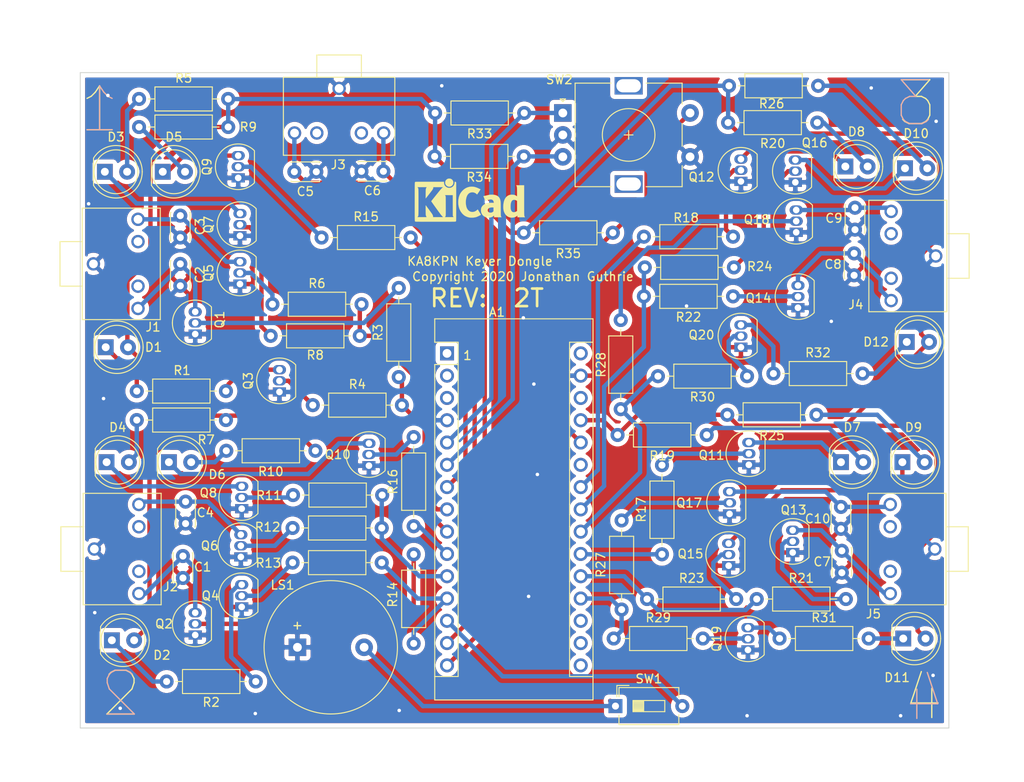
<source format=kicad_pcb>
(kicad_pcb (version 20171130) (host pcbnew 5.1.7+dfsg1-1)
  (title_block (date "jeu. 02 avril 2015"))
  (layers (0 F.Cu signal) (31 B.Cu signal) (34 B.Paste user) (35 F.Paste user) (36 B.SilkS user) (37 F.SilkS user) (38 B.Mask user) (39 F.Mask user) (44 Edge.Cuts user))
  (net 0 "")
  (net 1 GND)
  (net 2 "Net-(C1-Pad1)")
  (net 3 "Net-(C2-Pad1)")
  (net 4 "Net-(C3-Pad1)")
  (net 5 "Net-(C4-Pad1)")
  (net 6 "Net-(D1-Pad1)")
  (net 7 "Net-(D2-Pad1)")
  (net 8 "Net-(D3-Pad2)")
  (net 9 "Net-(D3-Pad1)")
  (net 10 "Net-(D4-Pad2)")
  (net 11 "Net-(D4-Pad1)")
  (net 12 "Net-(D5-Pad2)")
  (net 13 "Net-(D5-Pad1)")
  (net 14 "Net-(D6-Pad2)")
  (net 15 "Net-(D6-Pad1)")
  (net 16 "Net-(J1-PadSN)")
  (net 17 "Net-(J1-PadTN)")
  (net 18 "Net-(J2-PadSN)")
  (net 19 "Net-(J2-PadTN)")
  (net 20 "Net-(J3-PadSN)")
  (net 21 "Net-(J3-PadTN)")
  (net 22 "Net-(Q3-Pad3)")
  (net 23 "Net-(Q4-Pad3)")
  (net 24 "Net-(C7-Pad2)")
  (net 25 "Net-(C8-Pad1)")
  (net 26 "Net-(C9-Pad1)")
  (net 27 "Net-(C10-Pad1)")
  (net 28 "Net-(D7-Pad2)")
  (net 29 "Net-(D7-Pad1)")
  (net 30 "Net-(D8-Pad2)")
  (net 31 "Net-(D8-Pad1)")
  (net 32 "Net-(D9-Pad2)")
  (net 33 "Net-(D9-Pad1)")
  (net 34 "Net-(D10-Pad2)")
  (net 35 "Net-(D10-Pad1)")
  (net 36 "Net-(D11-Pad1)")
  (net 37 "Net-(D12-Pad1)")
  (net 38 "Net-(J4-PadSN)")
  (net 39 "Net-(J4-PadTN)")
  (net 40 "Net-(J5-PadSN)")
  (net 41 "Net-(J5-PadTN)")
  (net 42 "Net-(Q19-Pad3)")
  (net 43 "Net-(Q20-Pad3)")
  (net 44 "Net-(LS1-Pad2)")
  (net 45 "Net-(A1-Pad16)")
  (net 46 "Net-(A1-Pad30)")
  (net 47 "Net-(A1-Pad28)")
  (net 48 "Net-(A1-Pad27)")
  (net 49 "Net-(A1-Pad26)")
  (net 50 "Net-(A1-Pad25)")
  (net 51 "Net-(A1-Pad24)")
  (net 52 "Net-(A1-Pad23)")
  (net 53 "Net-(A1-Pad22)")
  (net 54 "Net-(A1-Pad21)")
  (net 55 "Net-(A1-Pad20)")
  (net 56 "Net-(A1-Pad19)")
  (net 57 "Net-(A1-Pad3)")
  (net 58 "Net-(A1-Pad18)")
  (net 59 "Net-(A1-Pad2)")
  (net 60 "Net-(A1-Pad17)")
  (net 61 "Net-(A1-Pad1)")
  (net 62 "Net-(A1-Pad15)")
  (net 63 "Net-(A1-Pad14)")
  (net 64 "Net-(A1-Pad13)")
  (net 65 "Net-(A1-Pad12)")
  (net 66 "Net-(A1-Pad11)")
  (net 67 "Net-(A1-Pad10)")
  (net 68 "Net-(A1-Pad9)")
  (net 69 "Net-(A1-Pad8)")
  (net 70 "Net-(A1-Pad7)")
  (net 71 "Net-(A1-Pad6)")
  (net 72 "Net-(A1-Pad5)")
  (net 73 "Net-(Q1-Pad2)")
  (net 74 "Net-(Q2-Pad2)")
  (net 75 "Net-(Q3-Pad2)")
  (net 76 "Net-(Q4-Pad2)")
  (net 77 "Net-(Q5-Pad2)")
  (net 78 "Net-(Q6-Pad2)")
  (net 79 "Net-(Q7-Pad2)")
  (net 80 "Net-(Q8-Pad2)")
  (net 81 "Net-(Q9-Pad2)")
  (net 82 "Net-(Q10-Pad2)")
  (net 83 "Net-(Q11-Pad2)")
  (net 84 "Net-(Q12-Pad2)")
  (net 85 "Net-(Q13-Pad2)")
  (net 86 "Net-(Q14-Pad2)")
  (net 87 "Net-(Q15-Pad2)")
  (net 88 "Net-(Q16-Pad2)")
  (net 89 "Net-(Q17-Pad2)")
  (net 90 "Net-(Q18-Pad2)")
  (net 91 "Net-(Q19-Pad2)")
  (net 92 "Net-(Q20-Pad2)")
  (module Resistor_THT:R_Axial_DIN0207_L6.3mm_D2.5mm_P10.16mm_Horizontal (layer F.Cu) (at 158.3 57.25 180)
    (fp_text reference R35 (at 5.08 -2.37) (layer F.SilkS))
    (fp_text value 10K)
    (pad 2 thru_hole oval (at 10.16 0 180) (size 1.6 1.6) (drill 0.8) (layers *.Cu *.Mask) (net 48 "Net-(A1-Pad27)"))
    (pad 1 thru_hole circle (at 0 0 180) (size 1.6 1.6) (drill 0.8) (layers *.Cu *.Mask) (net 49 "Net-(A1-Pad26)"))
  )
  (module Rotary_Encoder:RotaryEncoder_Alps_EC11E-Switch_Vertical_H20mm (layer F.Cu) (at 152.6 43.6)
    (fp_text reference SW2 (at -0.4 -3.8) (layer F.SilkS))
    (fp_text value Rotary_Encoder_Switch)
    (pad A thru_hole rect (at 0 0) (size 2 2) (drill 1) (layers *.Cu *.Mask) (net 72 "Net-(A1-Pad5)"))
    (pad C thru_hole circle (at 0 2.5) (size 2 2) (drill 1) (layers *.Cu *.Mask) (net 1 GND))
    (pad B thru_hole circle (at 0 5) (size 2 2) (drill 1) (layers *.Cu *.Mask) (net 71 "Net-(A1-Pad6)"))
    (pad MP thru_hole rect (at 7.5 -3.1) (size 3.2 2) (drill oval 2.8 1.5) (layers *.Cu *.Mask))
    (pad MP thru_hole rect (at 7.5 8.1) (size 3.2 2) (drill oval 2.8 1.5) (layers *.Cu *.Mask))
    (pad S2 thru_hole circle (at 14.5 0) (size 2 2) (drill 1) (layers *.Cu *.Mask) (net 49 "Net-(A1-Pad26)"))
    (pad S1 thru_hole circle (at 14.5 5) (size 2 2) (drill 1) (layers *.Cu *.Mask) (net 1 GND))
  )
  (module Buzzer_Beeper:Buzzer_15x7.5RM7.6 (layer F.Cu) (at 122.35 104.5)
    (fp_text reference LS1 (at -1.7 -7.1) (layer F.SilkS))
    (fp_text value Speaker_Crystal)
    (fp_text user + (at -0.01 -2.54) (layer F.SilkS))
    (pad 2 thru_hole circle (at 7.6 0) (size 2 2) (drill 1) (layers *.Cu *.Mask) (net 44 "Net-(LS1-Pad2)"))
    (pad 1 thru_hole rect (at 0 0) (size 2 2) (drill 1) (layers *.Cu *.Mask) (net 1 GND))
  )
  (module dongle:Jack_3.5mm_PJ307_Horizontal (layer F.Cu) (at 99.1 60.8)
    (fp_text reference J1 (at 6.8 7.2) (layer F.SilkS))
    (fp_text value AudioJack2_Ground_Switch)
    (pad S thru_hole circle (at 5.08 -5.08) (size 1.524 1.524) (drill 1) (layers *.Cu *.Mask) (net 4 "Net-(C3-Pad1)"))
    (pad SN thru_hole circle (at 5.08 -2.54) (size 1.524 1.524) (drill 1) (layers *.Cu *.Mask) (net 16 "Net-(J1-PadSN)"))
    (pad T thru_hole circle (at 5.08 5.08) (size 1.524 1.524) (drill 1) (layers *.Cu *.Mask) (net 3 "Net-(C2-Pad1)"))
    (pad TN thru_hole circle (at 5.08 2.54) (size 1.524 1.524) (drill 1) (layers *.Cu *.Mask) (net 17 "Net-(J1-PadTN)"))
    (pad G thru_hole circle (at 0 0) (size 1.524 1.524) (drill 1) (layers *.Cu *.Mask) (net 1 GND))
  )
  (module Resistor_THT:R_Axial_DIN0207_L6.3mm_D2.5mm_P10.16mm_Horizontal (layer F.Cu) (at 173.6 73.6 180)
    (fp_text reference R30 (at 5.08 -2.37) (layer F.SilkS))
    (fp_text value 3K)
    (pad 2 thru_hole oval (at 10.16 0 180) (size 1.6 1.6) (drill 0.8) (layers *.Cu *.Mask) (net 53 "Net-(A1-Pad22)"))
    (pad 1 thru_hole circle (at 0 0 180) (size 1.6 1.6) (drill 0.8) (layers *.Cu *.Mask) (net 92 "Net-(Q20-Pad2)"))
  )
  (module Capacitor_THT:C_Disc_D3.0mm_W2.0mm_P2.50mm (layer F.Cu) (at 184.4 96 90)
    (fp_text reference C7 (at 1.25 -2.25 180) (layer F.SilkS))
    (fp_text value 0.01)
    (pad 2 thru_hole circle (at 2.5 0 90) (size 1.6 1.6) (drill 0.8) (layers *.Cu *.Mask) (net 24 "Net-(C7-Pad2)"))
    (pad 1 thru_hole circle (at 0 0 90) (size 1.6 1.6) (drill 0.8) (layers *.Cu *.Mask) (net 1 GND))
  )
  (module Resistor_THT:R_Axial_DIN0207_L6.3mm_D2.5mm_P10.16mm_Horizontal (layer F.Cu) (at 148.15 48.55 180)
    (fp_text reference R34 (at 5.08 -2.37) (layer F.SilkS))
    (fp_text value 10K)
    (pad 2 thru_hole oval (at 10.16 0 180) (size 1.6 1.6) (drill 0.8) (layers *.Cu *.Mask) (net 48 "Net-(A1-Pad27)"))
    (pad 1 thru_hole circle (at 0 0 180) (size 1.6 1.6) (drill 0.8) (layers *.Cu *.Mask) (net 71 "Net-(A1-Pad6)"))
  )
  (module Resistor_THT:R_Axial_DIN0207_L6.3mm_D2.5mm_P10.16mm_Horizontal (layer F.Cu) (at 148.2 43.6 180)
    (fp_text reference R33 (at 5.08 -2.37) (layer F.SilkS))
    (fp_text value 10K)
    (pad 2 thru_hole oval (at 10.16 0 180) (size 1.6 1.6) (drill 0.8) (layers *.Cu *.Mask) (net 48 "Net-(A1-Pad27)"))
    (pad 1 thru_hole circle (at 0 0 180) (size 1.6 1.6) (drill 0.8) (layers *.Cu *.Mask) (net 72 "Net-(A1-Pad5)"))
  )
  (module Resistor_THT:R_Axial_DIN0207_L6.3mm_D2.5mm_P10.16mm_Horizontal (layer F.Cu) (at 176.6 73.3)
    (fp_text reference R32 (at 5.08 -2.37) (layer F.SilkS))
    (fp_text value 150)
    (pad 2 thru_hole oval (at 10.16 0) (size 1.6 1.6) (drill 0.8) (layers *.Cu *.Mask) (net 37 "Net-(D12-Pad1)"))
    (pad 1 thru_hole circle (at 0 0) (size 1.6 1.6) (drill 0.8) (layers *.Cu *.Mask) (net 43 "Net-(Q20-Pad3)"))
  )
  (module Resistor_THT:R_Axial_DIN0207_L6.3mm_D2.5mm_P10.16mm_Horizontal (layer F.Cu) (at 177.3 103.5)
    (fp_text reference R31 (at 5.08 -2.37) (layer F.SilkS))
    (fp_text value 150)
    (pad 2 thru_hole oval (at 10.16 0) (size 1.6 1.6) (drill 0.8) (layers *.Cu *.Mask) (net 36 "Net-(D11-Pad1)"))
    (pad 1 thru_hole circle (at 0 0) (size 1.6 1.6) (drill 0.8) (layers *.Cu *.Mask) (net 42 "Net-(Q19-Pad3)"))
  )
  (module Resistor_THT:R_Axial_DIN0207_L6.3mm_D2.5mm_P10.16mm_Horizontal (layer F.Cu) (at 158.4 103.5)
    (fp_text reference R29 (at 5.08 -2.37) (layer F.SilkS))
    (fp_text value 3K)
    (pad 2 thru_hole oval (at 10.16 0) (size 1.6 1.6) (drill 0.8) (layers *.Cu *.Mask) (net 91 "Net-(Q19-Pad2)"))
    (pad 1 thru_hole circle (at 0 0) (size 1.6 1.6) (drill 0.8) (layers *.Cu *.Mask) (net 56 "Net-(A1-Pad19)"))
  )
  (module Resistor_THT:R_Axial_DIN0207_L6.3mm_D2.5mm_P10.16mm_Horizontal (layer F.Cu) (at 159.3 100.2 90)
    (fp_text reference R27 (at 5.08 -2.37 90) (layer F.SilkS))
    (fp_text value 100)
    (pad 2 thru_hole oval (at 10.16 0 90) (size 1.6 1.6) (drill 0.8) (layers *.Cu *.Mask) (net 89 "Net-(Q17-Pad2)"))
    (pad 1 thru_hole circle (at 0 0 90) (size 1.6 1.6) (drill 0.8) (layers *.Cu *.Mask) (net 56 "Net-(A1-Pad19)"))
  )
  (module Resistor_THT:R_Axial_DIN0207_L6.3mm_D2.5mm_P10.16mm_Horizontal (layer F.Cu) (at 181.5 78 180)
    (fp_text reference R25 (at 5.08 -2.37) (layer F.SilkS))
    (fp_text value 150)
    (pad 2 thru_hole oval (at 10.16 0 180) (size 1.6 1.6) (drill 0.8) (layers *.Cu *.Mask) (net 48 "Net-(A1-Pad27)"))
    (pad 1 thru_hole circle (at 0 0 180) (size 1.6 1.6) (drill 0.8) (layers *.Cu *.Mask) (net 32 "Net-(D9-Pad2)"))
  )
  (module Resistor_THT:R_Axial_DIN0207_L6.3mm_D2.5mm_P10.16mm_Horizontal (layer F.Cu) (at 162.2 99)
    (fp_text reference R23 (at 5.08 -2.37) (layer F.SilkS))
    (fp_text value 3K)
    (pad 2 thru_hole oval (at 10.16 0) (size 1.6 1.6) (drill 0.8) (layers *.Cu *.Mask) (net 87 "Net-(Q15-Pad2)"))
    (pad 1 thru_hole circle (at 0 0) (size 1.6 1.6) (drill 0.8) (layers *.Cu *.Mask) (net 55 "Net-(A1-Pad20)"))
  )
  (module Resistor_THT:R_Axial_DIN0207_L6.3mm_D2.5mm_P10.16mm_Horizontal (layer F.Cu) (at 174.7 99)
    (fp_text reference R21 (at 5.08 -2.37) (layer F.SilkS))
    (fp_text value 100)
    (pad 2 thru_hole oval (at 10.16 0) (size 1.6 1.6) (drill 0.8) (layers *.Cu *.Mask) (net 85 "Net-(Q13-Pad2)"))
    (pad 1 thru_hole circle (at 0 0) (size 1.6 1.6) (drill 0.8) (layers *.Cu *.Mask) (net 55 "Net-(A1-Pad20)"))
  )
  (module Resistor_THT:R_Axial_DIN0207_L6.3mm_D2.5mm_P10.16mm_Horizontal (layer F.Cu) (at 169 80.3 180)
    (fp_text reference R19 (at 5.08 -2.37) (layer F.SilkS))
    (fp_text value 100)
    (pad 2 thru_hole oval (at 10.16 0 180) (size 1.6 1.6) (drill 0.8) (layers *.Cu *.Mask) (net 48 "Net-(A1-Pad27)"))
    (pad 1 thru_hole circle (at 0 0 180) (size 1.6 1.6) (drill 0.8) (layers *.Cu *.Mask) (net 28 "Net-(D7-Pad2)"))
  )
  (module Resistor_THT:R_Axial_DIN0207_L6.3mm_D2.5mm_P10.16mm_Horizontal (layer F.Cu) (at 163.9 93.9 90)
    (fp_text reference R17 (at 5.08 -2.37 90) (layer F.SilkS))
    (fp_text value 2.2K)
    (pad 2 thru_hole oval (at 10.16 0 90) (size 1.6 1.6) (drill 0.8) (layers *.Cu *.Mask) (net 83 "Net-(Q11-Pad2)"))
    (pad 1 thru_hole circle (at 0 0 90) (size 1.6 1.6) (drill 0.8) (layers *.Cu *.Mask) (net 54 "Net-(A1-Pad21)"))
  )
  (module Resistor_THT:R_Axial_DIN0207_L6.3mm_D2.5mm_P10.16mm_Horizontal (layer F.Cu) (at 135.6 90.7 90)
    (fp_text reference R16 (at 5.08 -2.37 270) (layer F.SilkS))
    (fp_text value 2.2K)
    (pad 2 thru_hole oval (at 10.16 0 90) (size 1.6 1.6) (drill 0.8) (layers *.Cu *.Mask) (net 82 "Net-(Q10-Pad2)"))
    (pad 1 thru_hole circle (at 0 0 90) (size 1.6 1.6) (drill 0.8) (layers *.Cu *.Mask) (net 67 "Net-(A1-Pad10)"))
  )
  (module Resistor_THT:R_Axial_DIN0207_L6.3mm_D2.5mm_P10.16mm_Horizontal (layer F.Cu) (at 125.1 57.8)
    (fp_text reference R15 (at 5.08 -2.37) (layer F.SilkS))
    (fp_text value 2.2K)
    (pad 2 thru_hole oval (at 10.16 0) (size 1.6 1.6) (drill 0.8) (layers *.Cu *.Mask) (net 70 "Net-(A1-Pad7)"))
    (pad 1 thru_hole circle (at 0 0) (size 1.6 1.6) (drill 0.8) (layers *.Cu *.Mask) (net 81 "Net-(Q9-Pad2)"))
  )
  (module Resistor_THT:R_Axial_DIN0207_L6.3mm_D2.5mm_P10.16mm_Horizontal (layer F.Cu) (at 135.6 93.9 270)
    (fp_text reference R14 (at 4.6 2.4 270) (layer F.SilkS))
    (fp_text value 100)
    (pad 2 thru_hole oval (at 10.16 0 270) (size 1.6 1.6) (drill 0.8) (layers *.Cu *.Mask) (net 65 "Net-(A1-Pad12)"))
    (pad 1 thru_hole circle (at 0 0 270) (size 1.6 1.6) (drill 0.8) (layers *.Cu *.Mask) (net 74 "Net-(Q2-Pad2)"))
  )
  (module Resistor_THT:R_Axial_DIN0207_L6.3mm_D2.5mm_P10.16mm_Horizontal (layer F.Cu) (at 121.8 94.85)
    (fp_text reference R13 (at -2.75 0.05) (layer F.SilkS))
    (fp_text value 3K)
    (pad 2 thru_hole oval (at 10.16 0) (size 1.6 1.6) (drill 0.8) (layers *.Cu *.Mask) (net 65 "Net-(A1-Pad12)"))
    (pad 1 thru_hole circle (at 0 0) (size 1.6 1.6) (drill 0.8) (layers *.Cu *.Mask) (net 76 "Net-(Q4-Pad2)"))
  )
  (module Resistor_THT:R_Axial_DIN0207_L6.3mm_D2.5mm_P10.16mm_Horizontal (layer F.Cu) (at 121.8 90.9)
    (fp_text reference R12 (at -2.85 -0.1) (layer F.SilkS))
    (fp_text value 100)
    (pad 2 thru_hole oval (at 10.16 0) (size 1.6 1.6) (drill 0.8) (layers *.Cu *.Mask) (net 66 "Net-(A1-Pad11)"))
    (pad 1 thru_hole circle (at 0 0) (size 1.6 1.6) (drill 0.8) (layers *.Cu *.Mask) (net 78 "Net-(Q6-Pad2)"))
  )
  (module Resistor_THT:R_Axial_DIN0207_L6.3mm_D2.5mm_P10.16mm_Horizontal (layer F.Cu) (at 121.85 87.15)
    (fp_text reference R11 (at -2.75 0.05) (layer F.SilkS))
    (fp_text value 3K)
    (pad 2 thru_hole oval (at 10.16 0) (size 1.6 1.6) (drill 0.8) (layers *.Cu *.Mask) (net 66 "Net-(A1-Pad11)"))
    (pad 1 thru_hole circle (at 0 0) (size 1.6 1.6) (drill 0.8) (layers *.Cu *.Mask) (net 80 "Net-(Q8-Pad2)"))
  )
  (module Resistor_THT:R_Axial_DIN0207_L6.3mm_D2.5mm_P10.16mm_Horizontal (layer F.Cu) (at 124.4 82.1 180)
    (fp_text reference R10 (at 5.08 -2.37) (layer F.SilkS))
    (fp_text value 100)
    (pad 2 thru_hole oval (at 10.16 0 180) (size 1.6 1.6) (drill 0.8) (layers *.Cu *.Mask) (net 14 "Net-(D6-Pad2)"))
    (pad 1 thru_hole circle (at 0 0 180) (size 1.6 1.6) (drill 0.8) (layers *.Cu *.Mask) (net 48 "Net-(A1-Pad27)"))
  )
  (module Resistor_THT:R_Axial_DIN0207_L6.3mm_D2.5mm_P10.16mm_Horizontal (layer F.Cu) (at 104.3 45.2)
    (fp_text reference R9 (at 12.45 0) (layer F.SilkS))
    (fp_text value 100)
    (pad 2 thru_hole oval (at 10.16 0) (size 1.6 1.6) (drill 0.8) (layers *.Cu *.Mask) (net 48 "Net-(A1-Pad27)"))
    (pad 1 thru_hole circle (at 0 0) (size 1.6 1.6) (drill 0.8) (layers *.Cu *.Mask) (net 12 "Net-(D5-Pad2)"))
  )
  (module Resistor_THT:R_Axial_DIN0207_L6.3mm_D2.5mm_P10.16mm_Horizontal (layer F.Cu) (at 119.3 69)
    (fp_text reference R8 (at 5.08 2.2) (layer F.SilkS))
    (fp_text value 3K)
    (pad 2 thru_hole oval (at 10.16 0) (size 1.6 1.6) (drill 0.8) (layers *.Cu *.Mask) (net 69 "Net-(A1-Pad8)"))
    (pad 1 thru_hole circle (at 0 0) (size 1.6 1.6) (drill 0.8) (layers *.Cu *.Mask) (net 79 "Net-(Q7-Pad2)"))
  )
  (module Resistor_THT:R_Axial_DIN0207_L6.3mm_D2.5mm_P10.16mm_Horizontal (layer F.Cu) (at 114.2 78.6 180)
    (fp_text reference R7 (at 2.25 -2.25) (layer F.SilkS))
    (fp_text value 150)
    (pad 2 thru_hole oval (at 10.16 0 180) (size 1.6 1.6) (drill 0.8) (layers *.Cu *.Mask) (net 10 "Net-(D4-Pad2)"))
    (pad 1 thru_hole circle (at 0 0 180) (size 1.6 1.6) (drill 0.8) (layers *.Cu *.Mask) (net 48 "Net-(A1-Pad27)"))
  )
  (module Resistor_THT:R_Axial_DIN0207_L6.3mm_D2.5mm_P10.16mm_Horizontal (layer F.Cu) (at 119.5 65.4)
    (fp_text reference R6 (at 5.08 -2.37) (layer F.SilkS))
    (fp_text value 100)
    (pad 2 thru_hole oval (at 10.16 0) (size 1.6 1.6) (drill 0.8) (layers *.Cu *.Mask) (net 69 "Net-(A1-Pad8)"))
    (pad 1 thru_hole circle (at 0 0) (size 1.6 1.6) (drill 0.8) (layers *.Cu *.Mask) (net 77 "Net-(Q5-Pad2)"))
  )
  (module Resistor_THT:R_Axial_DIN0207_L6.3mm_D2.5mm_P10.16mm_Horizontal (layer F.Cu) (at 104.3 42)
    (fp_text reference R5 (at 5.08 -2.37) (layer F.SilkS))
    (fp_text value 150)
    (pad 2 thru_hole oval (at 10.16 0) (size 1.6 1.6) (drill 0.8) (layers *.Cu *.Mask) (net 48 "Net-(A1-Pad27)"))
    (pad 1 thru_hole circle (at 0 0) (size 1.6 1.6) (drill 0.8) (layers *.Cu *.Mask) (net 8 "Net-(D3-Pad2)"))
  )
  (module Resistor_THT:R_Axial_DIN0207_L6.3mm_D2.5mm_P10.16mm_Horizontal (layer F.Cu) (at 124.1 76.9)
    (fp_text reference R4 (at 5.08 -2.37) (layer F.SilkS))
    (fp_text value 3K)
    (pad 2 thru_hole oval (at 10.16 0) (size 1.6 1.6) (drill 0.8) (layers *.Cu *.Mask) (net 68 "Net-(A1-Pad9)"))
    (pad 1 thru_hole circle (at 0 0) (size 1.6 1.6) (drill 0.8) (layers *.Cu *.Mask) (net 75 "Net-(Q3-Pad2)"))
  )
  (module Resistor_THT:R_Axial_DIN0207_L6.3mm_D2.5mm_P10.16mm_Horizontal (layer F.Cu) (at 133.9 73.7 90)
    (fp_text reference R3 (at 5.08 -2.37 90) (layer F.SilkS))
    (fp_text value 100)
    (pad 2 thru_hole oval (at 10.16 0 90) (size 1.6 1.6) (drill 0.8) (layers *.Cu *.Mask) (net 73 "Net-(Q1-Pad2)"))
    (pad 1 thru_hole circle (at 0 0 90) (size 1.6 1.6) (drill 0.8) (layers *.Cu *.Mask) (net 68 "Net-(A1-Pad9)"))
  )
  (module Resistor_THT:R_Axial_DIN0207_L6.3mm_D2.5mm_P10.16mm_Horizontal (layer F.Cu) (at 117.6 108.4 180)
    (fp_text reference R2 (at 5.08 -2.37) (layer F.SilkS))
    (fp_text value 150)
    (pad 2 thru_hole oval (at 10.16 0 180) (size 1.6 1.6) (drill 0.8) (layers *.Cu *.Mask) (net 7 "Net-(D2-Pad1)"))
    (pad 1 thru_hole circle (at 0 0 180) (size 1.6 1.6) (drill 0.8) (layers *.Cu *.Mask) (net 23 "Net-(Q4-Pad3)"))
  )
  (module Resistor_THT:R_Axial_DIN0207_L6.3mm_D2.5mm_P10.16mm_Horizontal (layer F.Cu) (at 114.2 75.3 180)
    (fp_text reference R1 (at 5 2.35) (layer F.SilkS))
    (fp_text value 150)
    (pad 2 thru_hole oval (at 10.16 0 180) (size 1.6 1.6) (drill 0.8) (layers *.Cu *.Mask) (net 6 "Net-(D1-Pad1)"))
    (pad 1 thru_hole circle (at 0 0 180) (size 1.6 1.6) (drill 0.8) (layers *.Cu *.Mask) (net 22 "Net-(Q3-Pad3)"))
  )
  (module LED_THT:LED_D5.0mm_Clear (layer F.Cu) (at 191.8 69.7)
    (fp_text reference D12 (at -3.5 0) (layer F.SilkS))
    (fp_text value YELLOW)
    (pad 2 thru_hole circle (at 2.54 0) (size 1.8 1.8) (drill 0.9) (layers *.Cu *.Mask) (net 48 "Net-(A1-Pad27)"))
    (pad 1 thru_hole rect (at 0 0) (size 1.8 1.8) (drill 0.9) (layers *.Cu *.Mask) (net 37 "Net-(D12-Pad1)"))
  )
  (module LED_THT:LED_D5.0mm_Clear (layer F.Cu) (at 191.4 103.5)
    (fp_text reference D11 (at -0.7 4.45) (layer F.SilkS))
    (fp_text value YELLOW)
    (pad 2 thru_hole circle (at 2.54 0) (size 1.8 1.8) (drill 0.9) (layers *.Cu *.Mask) (net 48 "Net-(A1-Pad27)"))
    (pad 1 thru_hole rect (at 0 0) (size 1.8 1.8) (drill 0.9) (layers *.Cu *.Mask) (net 36 "Net-(D11-Pad1)"))
  )
  (module LED_THT:LED_D5.0mm_Clear (layer F.Cu) (at 191.3 83.4)
    (fp_text reference D9 (at 1.27 -3.96) (layer F.SilkS))
    (fp_text value RED)
    (pad 2 thru_hole circle (at 2.54 0) (size 1.8 1.8) (drill 0.9) (layers *.Cu *.Mask) (net 32 "Net-(D9-Pad2)"))
    (pad 1 thru_hole rect (at 0 0) (size 1.8 1.8) (drill 0.9) (layers *.Cu *.Mask) (net 33 "Net-(D9-Pad1)"))
  )
  (module LED_THT:LED_D5.0mm_Clear (layer F.Cu) (at 184.3 83.4)
    (fp_text reference D7 (at 1.27 -3.96) (layer F.SilkS))
    (fp_text value BLUE)
    (pad 2 thru_hole circle (at 2.54 0) (size 1.8 1.8) (drill 0.9) (layers *.Cu *.Mask) (net 28 "Net-(D7-Pad2)"))
    (pad 1 thru_hole rect (at 0 0) (size 1.8 1.8) (drill 0.9) (layers *.Cu *.Mask) (net 29 "Net-(D7-Pad1)"))
  )
  (module LED_THT:LED_D5.0mm_Clear (layer F.Cu) (at 107.7 83.4)
    (fp_text reference D6 (at 5.5 1.4) (layer F.SilkS))
    (fp_text value BLUE)
    (pad 2 thru_hole circle (at 2.54 0) (size 1.8 1.8) (drill 0.9) (layers *.Cu *.Mask) (net 14 "Net-(D6-Pad2)"))
    (pad 1 thru_hole rect (at 0 0) (size 1.8 1.8) (drill 0.9) (layers *.Cu *.Mask) (net 15 "Net-(D6-Pad1)"))
  )
  (module LED_THT:LED_D5.0mm_Clear (layer F.Cu) (at 107 50.3)
    (fp_text reference D5 (at 1.27 -3.96) (layer F.SilkS))
    (fp_text value BLUE)
    (pad 2 thru_hole circle (at 2.54 0) (size 1.8 1.8) (drill 0.9) (layers *.Cu *.Mask) (net 12 "Net-(D5-Pad2)"))
    (pad 1 thru_hole rect (at 0 0) (size 1.8 1.8) (drill 0.9) (layers *.Cu *.Mask) (net 13 "Net-(D5-Pad1)"))
  )
  (module LED_THT:LED_D5.0mm_Clear (layer F.Cu) (at 100.6 83.4)
    (fp_text reference D4 (at 1.27 -3.96) (layer F.SilkS))
    (fp_text value RED)
    (pad 2 thru_hole circle (at 2.54 0) (size 1.8 1.8) (drill 0.9) (layers *.Cu *.Mask) (net 10 "Net-(D4-Pad2)"))
    (pad 1 thru_hole rect (at 0 0) (size 1.8 1.8) (drill 0.9) (layers *.Cu *.Mask) (net 11 "Net-(D4-Pad1)"))
  )
  (module LED_THT:LED_D5.0mm_Clear (layer F.Cu) (at 100.4 50.3)
    (fp_text reference D3 (at 1.27 -3.96) (layer F.SilkS))
    (fp_text value RED)
    (pad 2 thru_hole circle (at 2.54 0) (size 1.8 1.8) (drill 0.9) (layers *.Cu *.Mask) (net 8 "Net-(D3-Pad2)"))
    (pad 1 thru_hole rect (at 0 0) (size 1.8 1.8) (drill 0.9) (layers *.Cu *.Mask) (net 9 "Net-(D3-Pad1)"))
  )
  (module LED_THT:LED_D5.0mm_Clear (layer F.Cu) (at 101.2 103.7)
    (fp_text reference D2 (at 5.7 1.7) (layer F.SilkS))
    (fp_text value YELLOW)
    (pad 2 thru_hole circle (at 2.54 0) (size 1.8 1.8) (drill 0.9) (layers *.Cu *.Mask) (net 48 "Net-(A1-Pad27)"))
    (pad 1 thru_hole rect (at 0 0) (size 1.8 1.8) (drill 0.9) (layers *.Cu *.Mask) (net 7 "Net-(D2-Pad1)"))
  )
  (module LED_THT:LED_D5.0mm_Clear (layer F.Cu) (at 100.5 70.3)
    (fp_text reference D1 (at 5.45 0) (layer F.SilkS))
    (fp_text value YELLOW)
    (pad 2 thru_hole circle (at 2.54 0) (size 1.8 1.8) (drill 0.9) (layers *.Cu *.Mask) (net 48 "Net-(A1-Pad27)"))
    (pad 1 thru_hole rect (at 0 0) (size 1.8 1.8) (drill 0.9) (layers *.Cu *.Mask) (net 6 "Net-(D1-Pad1)"))
  )
  (module Capacitor_THT:C_Disc_D3.0mm_W2.0mm_P2.50mm (layer F.Cu) (at 184.3 88.5 270)
    (fp_text reference C10 (at 1.35 2.65 180) (layer F.SilkS))
    (fp_text value 0.01)
    (pad 2 thru_hole circle (at 2.5 0 270) (size 1.6 1.6) (drill 0.8) (layers *.Cu *.Mask) (net 1 GND))
    (pad 1 thru_hole circle (at 0 0 270) (size 1.6 1.6) (drill 0.8) (layers *.Cu *.Mask) (net 27 "Net-(C10-Pad1)"))
  )
  (module Capacitor_THT:C_Disc_D3.0mm_W2.0mm_P2.50mm (layer F.Cu) (at 129.65 50.25)
    (fp_text reference C6 (at 1.25 2.2) (layer F.SilkS))
    (fp_text value 0.01)
    (pad 2 thru_hole circle (at 2.5 0) (size 1.6 1.6) (drill 0.8) (layers *.Cu *.Mask) (net 62 "Net-(A1-Pad15)"))
    (pad 1 thru_hole circle (at 0 0) (size 1.6 1.6) (drill 0.8) (layers *.Cu *.Mask) (net 1 GND))
  )
  (module Capacitor_THT:C_Disc_D3.0mm_W2.0mm_P2.50mm (layer F.Cu) (at 124.5 50.3 180)
    (fp_text reference C5 (at 1.25 -2.25) (layer F.SilkS))
    (fp_text value 0.01)
    (pad 2 thru_hole circle (at 2.5 0 180) (size 1.6 1.6) (drill 0.8) (layers *.Cu *.Mask) (net 63 "Net-(A1-Pad14)"))
    (pad 1 thru_hole circle (at 0 0 180) (size 1.6 1.6) (drill 0.8) (layers *.Cu *.Mask) (net 1 GND))
  )
  (module Capacitor_THT:C_Disc_D3.0mm_W2.0mm_P2.50mm (layer F.Cu) (at 109.6 87.9 270)
    (fp_text reference C4 (at 1.25 -2.25 180) (layer F.SilkS))
    (fp_text value 0.01)
    (pad 2 thru_hole circle (at 2.5 0 270) (size 1.6 1.6) (drill 0.8) (layers *.Cu *.Mask) (net 1 GND))
    (pad 1 thru_hole circle (at 0 0 270) (size 1.6 1.6) (drill 0.8) (layers *.Cu *.Mask) (net 5 "Net-(C4-Pad1)"))
  )
  (module Capacitor_THT:C_Disc_D3.0mm_W2.0mm_P2.50mm (layer F.Cu) (at 109 55.3 270)
    (fp_text reference C3 (at 1.25 -2.25 90) (layer F.SilkS))
    (fp_text value 0.01)
    (pad 2 thru_hole circle (at 2.5 0 270) (size 1.6 1.6) (drill 0.8) (layers *.Cu *.Mask) (net 1 GND))
    (pad 1 thru_hole circle (at 0 0 270) (size 1.6 1.6) (drill 0.8) (layers *.Cu *.Mask) (net 4 "Net-(C3-Pad1)"))
  )
  (module Capacitor_THT:C_Disc_D3.0mm_W2.0mm_P2.50mm (layer F.Cu) (at 109 60.8 270)
    (fp_text reference C2 (at 1.25 -2.25 90) (layer F.SilkS))
    (fp_text value 0.01)
    (pad 2 thru_hole circle (at 2.5 0 270) (size 1.6 1.6) (drill 0.8) (layers *.Cu *.Mask) (net 1 GND))
    (pad 1 thru_hole circle (at 0 0 270) (size 1.6 1.6) (drill 0.8) (layers *.Cu *.Mask) (net 3 "Net-(C2-Pad1)"))
  )
  (module Capacitor_THT:C_Disc_D3.0mm_W2.0mm_P2.50mm (layer F.Cu) (at 109.3 94.1 270)
    (fp_text reference C1 (at 1.25 -2.25 180) (layer F.SilkS))
    (fp_text value 0.01)
    (pad 2 thru_hole circle (at 2.5 0 270) (size 1.6 1.6) (drill 0.8) (layers *.Cu *.Mask) (net 1 GND))
    (pad 1 thru_hole circle (at 0 0 270) (size 1.6 1.6) (drill 0.8) (layers *.Cu *.Mask) (net 2 "Net-(C1-Pad1)"))
  )
  (module Module:Arduino_Nano (layer F.Cu) (at 139.4 71)
    (fp_text reference A1 (at 5.7 -4.7) (layer F.SilkS))
    (fp_text value Arduino_Nano_v3.x)
    (pad 16 thru_hole oval (at 15.24 35.56) (size 1.6 1.6) (drill 1) (layers *.Cu *.Mask) (net 45 "Net-(A1-Pad16)"))
    (pad 15 thru_hole oval (at 0 35.56) (size 1.6 1.6) (drill 1) (layers *.Cu *.Mask) (net 62 "Net-(A1-Pad15)"))
    (pad 30 thru_hole oval (at 15.24 0) (size 1.6 1.6) (drill 1) (layers *.Cu *.Mask) (net 46 "Net-(A1-Pad30)"))
    (pad 14 thru_hole oval (at 0 33.02) (size 1.6 1.6) (drill 1) (layers *.Cu *.Mask) (net 63 "Net-(A1-Pad14)"))
    (pad 29 thru_hole oval (at 15.24 2.54) (size 1.6 1.6) (drill 1) (layers *.Cu *.Mask) (net 1 GND))
    (pad 13 thru_hole oval (at 0 30.48) (size 1.6 1.6) (drill 1) (layers *.Cu *.Mask) (net 64 "Net-(A1-Pad13)"))
    (pad 28 thru_hole oval (at 15.24 5.08) (size 1.6 1.6) (drill 1) (layers *.Cu *.Mask) (net 47 "Net-(A1-Pad28)"))
    (pad 12 thru_hole oval (at 0 27.94) (size 1.6 1.6) (drill 1) (layers *.Cu *.Mask) (net 65 "Net-(A1-Pad12)"))
    (pad 27 thru_hole oval (at 15.24 7.62) (size 1.6 1.6) (drill 1) (layers *.Cu *.Mask) (net 48 "Net-(A1-Pad27)"))
    (pad 11 thru_hole oval (at 0 25.4) (size 1.6 1.6) (drill 1) (layers *.Cu *.Mask) (net 66 "Net-(A1-Pad11)"))
    (pad 26 thru_hole oval (at 15.24 10.16) (size 1.6 1.6) (drill 1) (layers *.Cu *.Mask) (net 49 "Net-(A1-Pad26)"))
    (pad 10 thru_hole oval (at 0 22.86) (size 1.6 1.6) (drill 1) (layers *.Cu *.Mask) (net 67 "Net-(A1-Pad10)"))
    (pad 25 thru_hole oval (at 15.24 12.7) (size 1.6 1.6) (drill 1) (layers *.Cu *.Mask) (net 50 "Net-(A1-Pad25)"))
    (pad 9 thru_hole oval (at 0 20.32) (size 1.6 1.6) (drill 1) (layers *.Cu *.Mask) (net 68 "Net-(A1-Pad9)"))
    (pad 24 thru_hole oval (at 15.24 15.24) (size 1.6 1.6) (drill 1) (layers *.Cu *.Mask) (net 51 "Net-(A1-Pad24)"))
    (pad 8 thru_hole oval (at 0 17.78) (size 1.6 1.6) (drill 1) (layers *.Cu *.Mask) (net 69 "Net-(A1-Pad8)"))
    (pad 23 thru_hole oval (at 15.24 17.78) (size 1.6 1.6) (drill 1) (layers *.Cu *.Mask) (net 52 "Net-(A1-Pad23)"))
    (pad 7 thru_hole oval (at 0 15.24) (size 1.6 1.6) (drill 1) (layers *.Cu *.Mask) (net 70 "Net-(A1-Pad7)"))
    (pad 22 thru_hole oval (at 15.24 20.32) (size 1.6 1.6) (drill 1) (layers *.Cu *.Mask) (net 53 "Net-(A1-Pad22)"))
    (pad 6 thru_hole oval (at 0 12.7) (size 1.6 1.6) (drill 1) (layers *.Cu *.Mask) (net 71 "Net-(A1-Pad6)"))
    (pad 21 thru_hole oval (at 15.24 22.86) (size 1.6 1.6) (drill 1) (layers *.Cu *.Mask) (net 54 "Net-(A1-Pad21)"))
    (pad 5 thru_hole oval (at 0 10.16) (size 1.6 1.6) (drill 1) (layers *.Cu *.Mask) (net 72 "Net-(A1-Pad5)"))
    (pad 20 thru_hole oval (at 15.24 25.4) (size 1.6 1.6) (drill 1) (layers *.Cu *.Mask) (net 55 "Net-(A1-Pad20)"))
    (pad 4 thru_hole oval (at 0 7.62) (size 1.6 1.6) (drill 1) (layers *.Cu *.Mask) (net 1 GND))
    (pad 19 thru_hole oval (at 15.24 27.94) (size 1.6 1.6) (drill 1) (layers *.Cu *.Mask) (net 56 "Net-(A1-Pad19)"))
    (pad 3 thru_hole oval (at 0 5.08) (size 1.6 1.6) (drill 1) (layers *.Cu *.Mask) (net 57 "Net-(A1-Pad3)"))
    (pad 18 thru_hole oval (at 15.24 30.48) (size 1.6 1.6) (drill 1) (layers *.Cu *.Mask) (net 58 "Net-(A1-Pad18)"))
    (pad 2 thru_hole oval (at 0 2.54) (size 1.6 1.6) (drill 1) (layers *.Cu *.Mask) (net 59 "Net-(A1-Pad2)"))
    (pad 17 thru_hole oval (at 15.24 33.02) (size 1.6 1.6) (drill 1) (layers *.Cu *.Mask) (net 60 "Net-(A1-Pad17)"))
    (pad 1 thru_hole rect (at 0 0) (size 1.6 1.6) (drill 1) (layers *.Cu *.Mask) (net 61 "Net-(A1-Pad1)"))
  )
  (module Resistor_THT:R_Axial_DIN0207_L6.3mm_D2.5mm_P10.16mm_Horizontal (layer F.Cu) (at 159.2 67.2 270)
    (fp_text reference R28 (at 5.1 2.25 90) (layer F.SilkS))
    (fp_text value 100)
    (pad 2 thru_hole oval (at 10.16 0 270) (size 1.6 1.6) (drill 0.8) (layers *.Cu *.Mask) (net 53 "Net-(A1-Pad22)"))
    (pad 1 thru_hole circle (at 0 0 270) (size 1.6 1.6) (drill 0.8) (layers *.Cu *.Mask) (net 90 "Net-(Q18-Pad2)"))
  )
  (module Resistor_THT:R_Axial_DIN0207_L6.3mm_D2.5mm_P10.16mm_Horizontal (layer F.Cu) (at 181.7 40.5 180)
    (fp_text reference R26 (at 5.3 -2.05) (layer F.SilkS))
    (fp_text value 150)
    (pad 2 thru_hole oval (at 10.16 0 180) (size 1.6 1.6) (drill 0.8) (layers *.Cu *.Mask) (net 48 "Net-(A1-Pad27)"))
    (pad 1 thru_hole circle (at 0 0 180) (size 1.6 1.6) (drill 0.8) (layers *.Cu *.Mask) (net 34 "Net-(D10-Pad2)"))
  )
  (module Resistor_THT:R_Axial_DIN0207_L6.3mm_D2.5mm_P10.16mm_Horizontal (layer F.Cu) (at 172.1 61.2 180)
    (fp_text reference R24 (at -2.95 0.1) (layer F.SilkS))
    (fp_text value 3K)
    (pad 2 thru_hole oval (at 10.16 0 180) (size 1.6 1.6) (drill 0.8) (layers *.Cu *.Mask) (net 52 "Net-(A1-Pad23)"))
    (pad 1 thru_hole circle (at 0 0 180) (size 1.6 1.6) (drill 0.8) (layers *.Cu *.Mask) (net 88 "Net-(Q16-Pad2)"))
  )
  (module Resistor_THT:R_Axial_DIN0207_L6.3mm_D2.5mm_P10.16mm_Horizontal (layer F.Cu) (at 172 64.5 180)
    (fp_text reference R22 (at 5.08 -2.37) (layer F.SilkS))
    (fp_text value 100)
    (pad 2 thru_hole oval (at 10.16 0 180) (size 1.6 1.6) (drill 0.8) (layers *.Cu *.Mask) (net 52 "Net-(A1-Pad23)"))
    (pad 1 thru_hole circle (at 0 0 180) (size 1.6 1.6) (drill 0.8) (layers *.Cu *.Mask) (net 86 "Net-(Q14-Pad2)"))
  )
  (module Resistor_THT:R_Axial_DIN0207_L6.3mm_D2.5mm_P10.16mm_Horizontal (layer F.Cu) (at 181.6 44.7 180)
    (fp_text reference R20 (at 5.08 -2.37) (layer F.SilkS))
    (fp_text value 100)
    (pad 2 thru_hole oval (at 10.16 0 180) (size 1.6 1.6) (drill 0.8) (layers *.Cu *.Mask) (net 48 "Net-(A1-Pad27)"))
    (pad 1 thru_hole circle (at 0 0 180) (size 1.6 1.6) (drill 0.8) (layers *.Cu *.Mask) (net 30 "Net-(D8-Pad2)"))
  )
  (module Resistor_THT:R_Axial_DIN0207_L6.3mm_D2.5mm_P10.16mm_Horizontal (layer F.Cu) (at 172 57.7 180)
    (fp_text reference R18 (at 5.35 2.15) (layer F.SilkS))
    (fp_text value 2.2K)
    (pad 2 thru_hole oval (at 10.16 0 180) (size 1.6 1.6) (drill 0.8) (layers *.Cu *.Mask) (net 51 "Net-(A1-Pad24)"))
    (pad 1 thru_hole circle (at 0 0 180) (size 1.6 1.6) (drill 0.8) (layers *.Cu *.Mask) (net 84 "Net-(Q12-Pad2)"))
  )
  (module LED_THT:LED_D5.0mm_Clear (layer F.Cu) (at 191.6 49.9)
    (fp_text reference D10 (at 1.27 -3.96) (layer F.SilkS))
    (fp_text value RED)
    (pad 2 thru_hole circle (at 2.54 0) (size 1.8 1.8) (drill 0.9) (layers *.Cu *.Mask) (net 34 "Net-(D10-Pad2)"))
    (pad 1 thru_hole rect (at 0 0) (size 1.8 1.8) (drill 0.9) (layers *.Cu *.Mask) (net 35 "Net-(D10-Pad1)"))
  )
  (module LED_THT:LED_D5.0mm_Clear (layer F.Cu) (at 184.8 49.7)
    (fp_text reference D8 (at 1.27 -3.96) (layer F.SilkS))
    (fp_text value BLUE)
    (pad 2 thru_hole circle (at 2.54 0) (size 1.8 1.8) (drill 0.9) (layers *.Cu *.Mask) (net 30 "Net-(D8-Pad2)"))
    (pad 1 thru_hole rect (at 0 0) (size 1.8 1.8) (drill 0.9) (layers *.Cu *.Mask) (net 31 "Net-(D8-Pad1)"))
  )
  (module Capacitor_THT:C_Disc_D3.0mm_W2.0mm_P2.50mm (layer F.Cu) (at 185.9 54.4 270)
    (fp_text reference C9 (at 1.2 2.4 180) (layer F.SilkS))
    (fp_text value 0.01)
    (pad 2 thru_hole circle (at 2.5 0 270) (size 1.6 1.6) (drill 0.8) (layers *.Cu *.Mask) (net 1 GND))
    (pad 1 thru_hole circle (at 0 0 270) (size 1.6 1.6) (drill 0.8) (layers *.Cu *.Mask) (net 26 "Net-(C9-Pad1)"))
  )
  (module Capacitor_THT:C_Disc_D3.0mm_W2.0mm_P2.50mm (layer F.Cu) (at 185.8 59.6 270)
    (fp_text reference C8 (at 1.25 2.4 180) (layer F.SilkS))
    (fp_text value 0.01)
    (pad 2 thru_hole circle (at 2.5 0 270) (size 1.6 1.6) (drill 0.8) (layers *.Cu *.Mask) (net 1 GND))
    (pad 1 thru_hole circle (at 0 0 270) (size 1.6 1.6) (drill 0.8) (layers *.Cu *.Mask) (net 25 "Net-(C8-Pad1)"))
  )
  (module Package_TO_SOT_THT:TO-92_Inline (layer F.Cu) (at 172.9 70.3 90)
    (fp_text reference Q20 (at 1.4 -4.5 180) (layer F.SilkS))
    (fp_text value 2N3904)
    (pad 1 thru_hole rect (at 0 0 90) (size 1.05 1.5) (drill 0.75) (layers *.Cu *.Mask) (net 1 GND))
    (pad 3 thru_hole oval (at 2.54 0 90) (size 1.05 1.5) (drill 0.75) (layers *.Cu *.Mask) (net 43 "Net-(Q20-Pad3)"))
    (pad 2 thru_hole oval (at 1.27 0 90) (size 1.05 1.5) (drill 0.75) (layers *.Cu *.Mask) (net 92 "Net-(Q20-Pad2)"))
  )
  (module Package_TO_SOT_THT:TO-92_Inline (layer F.Cu) (at 173.7 104.8 90)
    (fp_text reference Q19 (at 1.27 -3.56 90) (layer F.SilkS))
    (fp_text value 2N3904)
    (pad 1 thru_hole rect (at 0 0 90) (size 1.05 1.5) (drill 0.75) (layers *.Cu *.Mask) (net 1 GND))
    (pad 3 thru_hole oval (at 2.54 0 90) (size 1.05 1.5) (drill 0.75) (layers *.Cu *.Mask) (net 42 "Net-(Q19-Pad3)"))
    (pad 2 thru_hole oval (at 1.27 0 90) (size 1.05 1.5) (drill 0.75) (layers *.Cu *.Mask) (net 91 "Net-(Q19-Pad2)"))
  )
  (module Package_TO_SOT_THT:TO-92_Inline (layer F.Cu) (at 179.2 57.2 90)
    (fp_text reference Q18 (at 1.45 -4.5 180) (layer F.SilkS))
    (fp_text value 2N3904)
    (pad 1 thru_hole rect (at 0 0 90) (size 1.05 1.5) (drill 0.75) (layers *.Cu *.Mask) (net 1 GND))
    (pad 3 thru_hole oval (at 2.54 0 90) (size 1.05 1.5) (drill 0.75) (layers *.Cu *.Mask) (net 26 "Net-(C9-Pad1)"))
    (pad 2 thru_hole oval (at 1.27 0 90) (size 1.05 1.5) (drill 0.75) (layers *.Cu *.Mask) (net 90 "Net-(Q18-Pad2)"))
  )
  (module Package_TO_SOT_THT:TO-92_Inline (layer F.Cu) (at 171.6 89.3 90)
    (fp_text reference Q17 (at 1.25 -4.6 180) (layer F.SilkS))
    (fp_text value 2N3904)
    (pad 1 thru_hole rect (at 0 0 90) (size 1.05 1.5) (drill 0.75) (layers *.Cu *.Mask) (net 1 GND))
    (pad 3 thru_hole oval (at 2.54 0 90) (size 1.05 1.5) (drill 0.75) (layers *.Cu *.Mask) (net 27 "Net-(C10-Pad1)"))
    (pad 2 thru_hole oval (at 1.27 0 90) (size 1.05 1.5) (drill 0.75) (layers *.Cu *.Mask) (net 89 "Net-(Q17-Pad2)"))
  )
  (module Package_TO_SOT_THT:TO-92_Inline (layer F.Cu) (at 179.1 51.5 90)
    (fp_text reference Q16 (at 4.5 2.2 180) (layer F.SilkS))
    (fp_text value 2N3904)
    (pad 1 thru_hole rect (at 0 0 90) (size 1.05 1.5) (drill 0.75) (layers *.Cu *.Mask) (net 1 GND))
    (pad 3 thru_hole oval (at 2.54 0 90) (size 1.05 1.5) (drill 0.75) (layers *.Cu *.Mask) (net 35 "Net-(D10-Pad1)"))
    (pad 2 thru_hole oval (at 1.27 0 90) (size 1.05 1.5) (drill 0.75) (layers *.Cu *.Mask) (net 88 "Net-(Q16-Pad2)"))
  )
  (module Package_TO_SOT_THT:TO-92_Inline (layer F.Cu) (at 171.5 95.2 90)
    (fp_text reference Q15 (at 1.35 -4.35 180) (layer F.SilkS))
    (fp_text value 2N3904)
    (pad 1 thru_hole rect (at 0 0 90) (size 1.05 1.5) (drill 0.75) (layers *.Cu *.Mask) (net 1 GND))
    (pad 3 thru_hole oval (at 2.54 0 90) (size 1.05 1.5) (drill 0.75) (layers *.Cu *.Mask) (net 33 "Net-(D9-Pad1)"))
    (pad 2 thru_hole oval (at 1.27 0 90) (size 1.05 1.5) (drill 0.75) (layers *.Cu *.Mask) (net 87 "Net-(Q15-Pad2)"))
  )
  (module Package_TO_SOT_THT:TO-92_Inline (layer F.Cu) (at 179.4 65.8 90)
    (fp_text reference Q14 (at 1.1 -4.5 180) (layer F.SilkS))
    (fp_text value 2N3904)
    (pad 1 thru_hole rect (at 0 0 90) (size 1.05 1.5) (drill 0.75) (layers *.Cu *.Mask) (net 1 GND))
    (pad 3 thru_hole oval (at 2.54 0 90) (size 1.05 1.5) (drill 0.75) (layers *.Cu *.Mask) (net 25 "Net-(C8-Pad1)"))
    (pad 2 thru_hole oval (at 1.27 0 90) (size 1.05 1.5) (drill 0.75) (layers *.Cu *.Mask) (net 86 "Net-(Q14-Pad2)"))
  )
  (module Package_TO_SOT_THT:TO-92_Inline (layer F.Cu) (at 178.8 93.7 90)
    (fp_text reference Q13 (at 4.85 0.1 180) (layer F.SilkS))
    (fp_text value 2N3904)
    (pad 1 thru_hole rect (at 0 0 90) (size 1.05 1.5) (drill 0.75) (layers *.Cu *.Mask) (net 1 GND))
    (pad 3 thru_hole oval (at 2.54 0 90) (size 1.05 1.5) (drill 0.75) (layers *.Cu *.Mask) (net 24 "Net-(C7-Pad2)"))
    (pad 2 thru_hole oval (at 1.27 0 90) (size 1.05 1.5) (drill 0.75) (layers *.Cu *.Mask) (net 85 "Net-(Q13-Pad2)"))
  )
  (module Package_TO_SOT_THT:TO-92_Inline (layer F.Cu) (at 172.9 51.4 90)
    (fp_text reference Q12 (at 0.5 -4.5 180) (layer F.SilkS))
    (fp_text value 2N3904)
    (pad 1 thru_hole rect (at 0 0 90) (size 1.05 1.5) (drill 0.75) (layers *.Cu *.Mask) (net 1 GND))
    (pad 3 thru_hole oval (at 2.54 0 90) (size 1.05 1.5) (drill 0.75) (layers *.Cu *.Mask) (net 31 "Net-(D8-Pad1)"))
    (pad 2 thru_hole oval (at 1.27 0 90) (size 1.05 1.5) (drill 0.75) (layers *.Cu *.Mask) (net 84 "Net-(Q12-Pad2)"))
  )
  (module Package_TO_SOT_THT:TO-92_Inline (layer F.Cu) (at 173.8 83.7 90)
    (fp_text reference Q11 (at 1.1 -4.25 180) (layer F.SilkS))
    (fp_text value 2N3904)
    (pad 1 thru_hole rect (at 0 0 90) (size 1.05 1.5) (drill 0.75) (layers *.Cu *.Mask) (net 1 GND))
    (pad 3 thru_hole oval (at 2.54 0 90) (size 1.05 1.5) (drill 0.75) (layers *.Cu *.Mask) (net 29 "Net-(D7-Pad1)"))
    (pad 2 thru_hole oval (at 1.27 0 90) (size 1.05 1.5) (drill 0.75) (layers *.Cu *.Mask) (net 83 "Net-(Q11-Pad2)"))
  )
  (module Package_TO_SOT_THT:TO-92_Inline (layer F.Cu) (at 130.5 83.8 90)
    (fp_text reference Q10 (at 1.27 -3.56 180) (layer F.SilkS))
    (fp_text value 2N3904)
    (pad 1 thru_hole rect (at 0 0 90) (size 1.05 1.5) (drill 0.75) (layers *.Cu *.Mask) (net 1 GND))
    (pad 3 thru_hole oval (at 2.54 0 90) (size 1.05 1.5) (drill 0.75) (layers *.Cu *.Mask) (net 15 "Net-(D6-Pad1)"))
    (pad 2 thru_hole oval (at 1.27 0 90) (size 1.05 1.5) (drill 0.75) (layers *.Cu *.Mask) (net 82 "Net-(Q10-Pad2)"))
  )
  (module Package_TO_SOT_THT:TO-92_Inline (layer F.Cu) (at 115.6 51 90)
    (fp_text reference Q9 (at 1.27 -3.56 90) (layer F.SilkS))
    (fp_text value 2N3904)
    (pad 1 thru_hole rect (at 0 0 90) (size 1.05 1.5) (drill 0.75) (layers *.Cu *.Mask) (net 1 GND))
    (pad 3 thru_hole oval (at 2.54 0 90) (size 1.05 1.5) (drill 0.75) (layers *.Cu *.Mask) (net 13 "Net-(D5-Pad1)"))
    (pad 2 thru_hole oval (at 1.27 0 90) (size 1.05 1.5) (drill 0.75) (layers *.Cu *.Mask) (net 81 "Net-(Q9-Pad2)"))
  )
  (module Package_TO_SOT_THT:TO-92_Inline (layer F.Cu) (at 116 88.7 90)
    (fp_text reference Q8 (at 1.8 -3.8 180) (layer F.SilkS))
    (fp_text value 2N3904)
    (pad 1 thru_hole rect (at 0 0 90) (size 1.05 1.5) (drill 0.75) (layers *.Cu *.Mask) (net 1 GND))
    (pad 3 thru_hole oval (at 2.54 0 90) (size 1.05 1.5) (drill 0.75) (layers *.Cu *.Mask) (net 11 "Net-(D4-Pad1)"))
    (pad 2 thru_hole oval (at 1.27 0 90) (size 1.05 1.5) (drill 0.75) (layers *.Cu *.Mask) (net 80 "Net-(Q8-Pad2)"))
  )
  (module Package_TO_SOT_THT:TO-92_Inline (layer F.Cu) (at 115.8 57.6 90)
    (fp_text reference Q7 (at 1.27 -3.56 90) (layer F.SilkS))
    (fp_text value 2N3904)
    (pad 1 thru_hole rect (at 0 0 90) (size 1.05 1.5) (drill 0.75) (layers *.Cu *.Mask) (net 1 GND))
    (pad 3 thru_hole oval (at 2.54 0 90) (size 1.05 1.5) (drill 0.75) (layers *.Cu *.Mask) (net 9 "Net-(D3-Pad1)"))
    (pad 2 thru_hole oval (at 1.27 0 90) (size 1.05 1.5) (drill 0.75) (layers *.Cu *.Mask) (net 79 "Net-(Q7-Pad2)"))
  )
  (module Package_TO_SOT_THT:TO-92_Inline (layer F.Cu) (at 115.9 94.2 90)
    (fp_text reference Q6 (at 1.27 -3.56 180) (layer F.SilkS))
    (fp_text value 2N3904)
    (pad 1 thru_hole rect (at 0 0 90) (size 1.05 1.5) (drill 0.75) (layers *.Cu *.Mask) (net 1 GND))
    (pad 3 thru_hole oval (at 2.54 0 90) (size 1.05 1.5) (drill 0.75) (layers *.Cu *.Mask) (net 5 "Net-(C4-Pad1)"))
    (pad 2 thru_hole oval (at 1.27 0 90) (size 1.05 1.5) (drill 0.75) (layers *.Cu *.Mask) (net 78 "Net-(Q6-Pad2)"))
  )
  (module Package_TO_SOT_THT:TO-92_Inline (layer F.Cu) (at 115.8 63.1 90)
    (fp_text reference Q5 (at 1.27 -3.56 90) (layer F.SilkS))
    (fp_text value 2N3904)
    (pad 1 thru_hole rect (at 0 0 90) (size 1.05 1.5) (drill 0.75) (layers *.Cu *.Mask) (net 1 GND))
    (pad 3 thru_hole oval (at 2.54 0 90) (size 1.05 1.5) (drill 0.75) (layers *.Cu *.Mask) (net 4 "Net-(C3-Pad1)"))
    (pad 2 thru_hole oval (at 1.27 0 90) (size 1.05 1.5) (drill 0.75) (layers *.Cu *.Mask) (net 77 "Net-(Q5-Pad2)"))
  )
  (module Package_TO_SOT_THT:TO-92_Inline (layer F.Cu) (at 116 99.9 90)
    (fp_text reference Q4 (at 1.27 -3.56 180) (layer F.SilkS))
    (fp_text value 2N3904)
    (pad 1 thru_hole rect (at 0 0 90) (size 1.05 1.5) (drill 0.75) (layers *.Cu *.Mask) (net 1 GND))
    (pad 3 thru_hole oval (at 2.54 0 90) (size 1.05 1.5) (drill 0.75) (layers *.Cu *.Mask) (net 23 "Net-(Q4-Pad3)"))
    (pad 2 thru_hole oval (at 1.27 0 90) (size 1.05 1.5) (drill 0.75) (layers *.Cu *.Mask) (net 76 "Net-(Q4-Pad2)"))
  )
  (module Package_TO_SOT_THT:TO-92_Inline (layer F.Cu) (at 120.3 75.4 90)
    (fp_text reference Q3 (at 1.27 -3.56 90) (layer F.SilkS))
    (fp_text value 2N3904)
    (pad 1 thru_hole rect (at 0 0 90) (size 1.05 1.5) (drill 0.75) (layers *.Cu *.Mask) (net 1 GND))
    (pad 3 thru_hole oval (at 2.54 0 90) (size 1.05 1.5) (drill 0.75) (layers *.Cu *.Mask) (net 22 "Net-(Q3-Pad3)"))
    (pad 2 thru_hole oval (at 1.27 0 90) (size 1.05 1.5) (drill 0.75) (layers *.Cu *.Mask) (net 75 "Net-(Q3-Pad2)"))
  )
  (module Package_TO_SOT_THT:TO-92_Inline (layer F.Cu) (at 110.7 103.1 90)
    (fp_text reference Q2 (at 1.27 -3.56 180) (layer F.SilkS))
    (fp_text value 2N3904)
    (pad 1 thru_hole rect (at 0 0 90) (size 1.05 1.5) (drill 0.75) (layers *.Cu *.Mask) (net 1 GND))
    (pad 3 thru_hole oval (at 2.54 0 90) (size 1.05 1.5) (drill 0.75) (layers *.Cu *.Mask) (net 2 "Net-(C1-Pad1)"))
    (pad 2 thru_hole oval (at 1.27 0 90) (size 1.05 1.5) (drill 0.75) (layers *.Cu *.Mask) (net 74 "Net-(Q2-Pad2)"))
  )
  (module Package_TO_SOT_THT:TO-92_Inline (layer F.Cu) (at 110.7 68.8 90)
    (fp_text reference Q1 (at 1.65 2.8 90) (layer F.SilkS))
    (fp_text value 2N3904)
    (pad 1 thru_hole rect (at 0 0 90) (size 1.05 1.5) (drill 0.75) (layers *.Cu *.Mask) (net 1 GND))
    (pad 3 thru_hole oval (at 2.54 0 90) (size 1.05 1.5) (drill 0.75) (layers *.Cu *.Mask) (net 3 "Net-(C2-Pad1)"))
    (pad 2 thru_hole oval (at 1.27 0 90) (size 1.05 1.5) (drill 0.75) (layers *.Cu *.Mask) (net 73 "Net-(Q1-Pad2)"))
  )
  (module Button_Switch_THT:SW_DIP_SPSTx01_Slide_6.7x4.1mm_W7.62mm_P2.54mm_LowProfile (layer F.Cu) (at 158.6 111.2)
    (fp_text reference SW1 (at 3.81 -3.11) (layer F.SilkS))
    (fp_text value SW_DIP_x01)
    (pad 2 thru_hole oval (at 7.62 0) (size 1.6 1.6) (drill 0.8) (layers *.Cu *.Mask) (net 64 "Net-(A1-Pad13)"))
    (pad 1 thru_hole rect (at 0 0) (size 1.6 1.6) (drill 0.8) (layers *.Cu *.Mask) (net 44 "Net-(LS1-Pad2)"))
  )
  (module Symbol:Symbol_CC-ShareAlike_CopperTop_Small (layer F.Cu) (at 180.7 108.3)
    (fp_text reference REF** hide)
    (fp_text value Symbol_CC-ShareAlike_CopperTop_Small)
    (fp_line (start 0.59944 -2.4003) (end 0 -2.49936) (layer F.Cu) (width 0.381))
    (fp_line (start 1.00076 -2.30124) (end 0.59944 -2.4003) (layer F.Cu) (width 0.381))
    (fp_line (start 1.50114 -1.99898) (end 1.00076 -2.30124) (layer F.Cu) (width 0.381))
    (fp_line (start 1.99898 -1.50114) (end 1.50114 -1.99898) (layer F.Cu) (width 0.381))
    (fp_line (start 2.30124 -1.00076) (end 1.99898 -1.50114) (layer F.Cu) (width 0.381))
    (fp_line (start 2.49936 -0.39878) (end 2.30124 -1.00076) (layer F.Cu) (width 0.381))
    (fp_line (start 2.49936 0.20066) (end 2.49936 -0.39878) (layer F.Cu) (width 0.381))
    (fp_line (start 2.4003 0.8001) (end 2.49936 0.20066) (layer F.Cu) (width 0.381))
    (fp_line (start 1.99898 1.50114) (end 2.4003 0.8001) (layer F.Cu) (width 0.381))
    (fp_line (start 1.50114 1.99898) (end 1.99898 1.50114) (layer F.Cu) (width 0.381))
    (fp_line (start 0.89916 2.30124) (end 1.50114 1.99898) (layer F.Cu) (width 0.381))
    (fp_line (start 0.29972 2.49936) (end 0.89916 2.30124) (layer F.Cu) (width 0.381))
    (fp_line (start -0.50038 2.49936) (end 0.29972 2.49936) (layer F.Cu) (width 0.381))
    (fp_line (start -1.19888 2.19964) (end -0.50038 2.49936) (layer F.Cu) (width 0.381))
    (fp_line (start -1.69926 1.80086) (end -1.19888 2.19964) (layer F.Cu) (width 0.381))
    (fp_line (start -2.30124 1.09982) (end -1.69926 1.80086) (layer F.Cu) (width 0.381))
    (fp_line (start -2.49936 0.29972) (end -2.30124 1.09982) (layer F.Cu) (width 0.381))
    (fp_line (start -2.49936 -0.29972) (end -2.49936 0.29972) (layer F.Cu) (width 0.381))
    (fp_line (start -2.4003 -0.8001) (end -2.49936 -0.29972) (layer F.Cu) (width 0.381))
    (fp_line (start -2.19964 -1.19888) (end -2.4003 -0.8001) (layer F.Cu) (width 0.381))
    (fp_line (start -1.69926 -1.80086) (end -2.19964 -1.19888) (layer F.Cu) (width 0.381))
    (fp_line (start -1.19888 -2.19964) (end -1.69926 -1.80086) (layer F.Cu) (width 0.381))
    (fp_line (start -0.70104 -2.4003) (end -1.19888 -2.19964) (layer F.Cu) (width 0.381))
    (fp_line (start -0.09906 -2.49936) (end -0.70104 -2.4003) (layer F.Cu) (width 0.381))
    (fp_line (start 0 -2.49936) (end -0.09906 -2.49936) (layer F.Cu) (width 0.381))
    (fp_line (start -0.50038 -1.50114) (end -1.00076 -1.30048) (layer F.Cu) (width 0.381))
    (fp_line (start -0.09906 -1.6002) (end -0.50038 -1.50114) (layer F.Cu) (width 0.381))
    (fp_line (start 0.29972 -1.6002) (end -0.09906 -1.6002) (layer F.Cu) (width 0.381))
    (fp_line (start 0.89916 -1.30048) (end 0.29972 -1.6002) (layer F.Cu) (width 0.381))
    (fp_line (start 1.19888 -1.00076) (end 0.89916 -1.30048) (layer F.Cu) (width 0.381))
    (fp_line (start 1.50114 -0.50038) (end 1.19888 -1.00076) (layer F.Cu) (width 0.381))
    (fp_line (start 1.6002 0) (end 1.50114 -0.50038) (layer F.Cu) (width 0.381))
    (fp_line (start 1.6002 0.39878) (end 1.6002 0) (layer F.Cu) (width 0.381))
    (fp_line (start 1.30048 0.89916) (end 1.6002 0.39878) (layer F.Cu) (width 0.381))
    (fp_line (start 0.89916 1.30048) (end 1.30048 0.89916) (layer F.Cu) (width 0.381))
    (fp_line (start 0.39878 1.50114) (end 0.89916 1.30048) (layer F.Cu) (width 0.381))
    (fp_line (start -0.09906 1.6002) (end 0.39878 1.50114) (layer F.Cu) (width 0.381))
    (fp_line (start -0.59944 1.50114) (end -0.09906 1.6002) (layer F.Cu) (width 0.381))
    (fp_line (start -1.09982 1.19888) (end -0.59944 1.50114) (layer F.Cu) (width 0.381))
  )
  (module Symbol:KiCad-Logo_5mm_SilkScreen (layer F.Cu) (at 142 54.05)
    (fp_text reference REF** hide)
    (fp_text value KiCad-Logo_5mm_SilkScreen hide)
  )
  (module dongle:Jack_3.5mm_PJ307_Horizontal (layer F.Cu) (at 195 93.3 180)
    (fp_text reference J5 (at 7 -7.4) (layer F.SilkS))
    (fp_text value AudioJack2_Ground_Switch)
    (pad S thru_hole circle (at 5.08 -5.08 180) (size 1.524 1.524) (drill 1) (layers *.Cu *.Mask) (net 24 "Net-(C7-Pad2)"))
    (pad SN thru_hole circle (at 5.08 -2.54 180) (size 1.524 1.524) (drill 1) (layers *.Cu *.Mask) (net 40 "Net-(J5-PadSN)"))
    (pad T thru_hole circle (at 5.08 5.08 180) (size 1.524 1.524) (drill 1) (layers *.Cu *.Mask) (net 27 "Net-(C10-Pad1)"))
    (pad TN thru_hole circle (at 5.08 2.54 180) (size 1.524 1.524) (drill 1) (layers *.Cu *.Mask) (net 41 "Net-(J5-PadTN)"))
    (pad G thru_hole circle (at 0 0 180) (size 1.524 1.524) (drill 1) (layers *.Cu *.Mask) (net 1 GND))
  )
  (module dongle:Jack_3.5mm_PJ307_Horizontal (layer F.Cu) (at 195.1 59.9 180)
    (fp_text reference J4 (at 9.1 -5.55) (layer F.SilkS))
    (fp_text value AudioJack2_Ground_Switch)
    (pad S thru_hole circle (at 5.08 -5.08 180) (size 1.524 1.524) (drill 1) (layers *.Cu *.Mask) (net 25 "Net-(C8-Pad1)"))
    (pad SN thru_hole circle (at 5.08 -2.54 180) (size 1.524 1.524) (drill 1) (layers *.Cu *.Mask) (net 38 "Net-(J4-PadSN)"))
    (pad T thru_hole circle (at 5.08 5.08 180) (size 1.524 1.524) (drill 1) (layers *.Cu *.Mask) (net 26 "Net-(C9-Pad1)"))
    (pad TN thru_hole circle (at 5.08 2.54 180) (size 1.524 1.524) (drill 1) (layers *.Cu *.Mask) (net 39 "Net-(J4-PadTN)"))
    (pad G thru_hole circle (at 0 0 180) (size 1.524 1.524) (drill 1) (layers *.Cu *.Mask) (net 1 GND))
  )
  (module dongle:Jack_3.5mm_PJ307_Horizontal (layer F.Cu) (at 127.1 40.8 270)
    (fp_text reference J3 (at 8.7 0.1 180) (layer F.SilkS))
    (fp_text value AudioJack2_Ground_Switch)
    (pad S thru_hole circle (at 5.08 -5.08 270) (size 1.524 1.524) (drill 1) (layers *.Cu *.Mask) (net 62 "Net-(A1-Pad15)"))
    (pad SN thru_hole circle (at 5.08 -2.54 270) (size 1.524 1.524) (drill 1) (layers *.Cu *.Mask) (net 20 "Net-(J3-PadSN)"))
    (pad T thru_hole circle (at 5.08 5.08 270) (size 1.524 1.524) (drill 1) (layers *.Cu *.Mask) (net 63 "Net-(A1-Pad14)"))
    (pad TN thru_hole circle (at 5.08 2.54 270) (size 1.524 1.524) (drill 1) (layers *.Cu *.Mask) (net 21 "Net-(J3-PadTN)"))
    (pad G thru_hole circle (at 0 0 270) (size 1.524 1.524) (drill 1) (layers *.Cu *.Mask) (net 1 GND))
  )
  (module dongle:Jack_3.5mm_PJ307_Horizontal (layer F.Cu) (at 99.2 93.3)
    (fp_text reference J2 (at 8.7 4.3) (layer F.SilkS))
    (fp_text value AudioJack2_Ground_Switch)
    (pad S thru_hole circle (at 5.08 -5.08) (size 1.524 1.524) (drill 1) (layers *.Cu *.Mask) (net 5 "Net-(C4-Pad1)"))
    (pad SN thru_hole circle (at 5.08 -2.54) (size 1.524 1.524) (drill 1) (layers *.Cu *.Mask) (net 18 "Net-(J2-PadSN)"))
    (pad T thru_hole circle (at 5.08 5.08) (size 1.524 1.524) (drill 1) (layers *.Cu *.Mask) (net 2 "Net-(C1-Pad1)"))
    (pad TN thru_hole circle (at 5.08 2.54) (size 1.524 1.524) (drill 1) (layers *.Cu *.Mask) (net 19 "Net-(J2-PadTN)"))
    (pad G thru_hole circle (at 0 0) (size 1.524 1.524) (drill 1) (layers *.Cu *.Mask) (net 1 GND))
  )
  (gr_line (start 97.6 113.7) (end 97.6 39) (layer Edge.Cuts) (width 0.1))
  (gr_line (start 196.6 113.7) (end 97.6 113.7) (layer Edge.Cuts) (width 0.1))
  (gr_line (start 196.6 39) (end 196.6 113.7) (layer Edge.Cuts) (width 0.1))
  (gr_line (start 97.6 39) (end 196.6 39) (layer Edge.Cuts) (width 0.1))
  (gr_text "REV:  2T" (at 143.95 64.7) (layer F.SilkS) (effects (font (size 2 2) (thickness 0.3))))
  (gr_text 4 (at 193.9 110.3) (layer B.SilkS) (effects (font (size 5 5)) (justify mirror)))
  (gr_text 3 (at 192.6 42.5) (layer B.SilkS) (effects (font (size 5 5)) (justify mirror)))
  (gr_text 2 (at 102.1 109.8) (layer B.SilkS) (effects (font (size 5 5)) (justify mirror)))
  (gr_text 1 (at 99.8 43.2) (layer B.SilkS) (effects (font (size 5 5)) (justify mirror)))
  (gr_text "Copyright 2020 Jonathan Guthrie" (at 148.05 62.25) (layer F.SilkS) (effects (font (size 1 1))))
  (gr_text "KA8KPN Keyer Dongle" (at 143.15 60.5) (layer F.SilkS) (effects (font (size 1 1))))
  (gr_text 4 (at 193.7 110.2) (layer F.SilkS) (effects (font (size 5 5))))
  (gr_text 3 (at 193 42.5) (layer F.SilkS) (effects (font (size 5 5))))
  (gr_text 2 (at 102.3 109.8) (layer F.SilkS) (effects (font (size 5 5))))
  (gr_text 1 (at 99.8 43.2) (layer F.SilkS) (effects (font (size 5 5))))
  (gr_text 1 (at 141.732 71.247) (layer F.SilkS) (effects (font (size 1 1))))
  (via (at 173.6 112.3) (size 0.6) (drill 0.4) (layers F.Cu B.Cu) (net 1))
  (via (at 191.1 112.3) (size 0.6) (drill 0.4) (layers F.Cu B.Cu) (net 1))
  (via (at 194.8 107.7) (size 0.6) (drill 0.4) (layers F.Cu B.Cu) (net 1))
  (via (at 133.95 111.7) (size 0.6) (drill 0.4) (layers F.Cu B.Cu) (net 1))
  (via (at 117.55 112.05) (size 0.6) (drill 0.4) (layers F.Cu B.Cu) (net 1))
  (via (at 102.15 111.45) (size 0.6) (drill 0.4) (layers F.Cu B.Cu) (net 1))
  (via (at 99.25 100.55) (size 0.6) (drill 0.4) (layers F.Cu B.Cu) (net 1))
  (via (at 100.25 76.15) (size 0.6) (drill 0.4) (layers F.Cu B.Cu) (net 1))
  (via (at 98.55 53.95) (size 0.6) (drill 0.4) (layers F.Cu B.Cu) (net 1))
  (via (at 100.75 41.6) (size 0.6) (drill 0.4) (layers F.Cu B.Cu) (net 1))
  (via (at 138.8 40.5) (size 0.6) (drill 0.4) (layers F.Cu B.Cu) (net 1))
  (via (at 187.75 40.75) (size 0.6) (drill 0.4) (layers F.Cu B.Cu) (net 1))
  (via (at 195.15 44.55) (size 0.6) (drill 0.4) (layers F.Cu B.Cu) (net 1))
  (via (at 183.2 67.35) (size 0.6) (drill 0.4) (layers F.Cu B.Cu) (net 1))
  (via (at 148.1 66.95) (size 0.6) (drill 0.4) (layers F.Cu B.Cu) (net 1))
  (via (at 149.7 84.8) (size 0.6) (drill 0.4) (layers F.Cu B.Cu) (net 1))
  (via (at 149.3 74.5) (size 0.6) (drill 0.4) (layers F.Cu B.Cu) (net 1))
  (via (at 148.7 98.7) (size 0.6) (drill 0.4) (layers F.Cu B.Cu) (net 1))
  (via (at 166.7 65.6) (size 0.6) (drill 0.4) (layers F.Cu B.Cu) (net 1))
  (segment (start 109.3 94.16) (end 109.3 94.1) (width 0.5) (layer B.Cu) (net 2))
  (segment (start 110.7 95.5) (end 110.7 100.56) (width 0.5) (layer B.Cu) (net 2))
  (segment (start 109.3 94.1) (end 110.7 95.5) (width 0.5) (layer B.Cu) (net 2))
  (segment (start 105.02 98.38) (end 104.28 98.38) (width 0.5) (layer B.Cu) (net 2))
  (segment (start 109.3 94.1) (end 105.02 98.38) (width 0.5) (layer B.Cu) (net 2))
  (segment (start 110.7 62.5) (end 109 60.8) (width 0.5) (layer B.Cu) (net 3))
  (segment (start 110.7 66.26) (end 110.7 62.5) (width 0.5) (layer B.Cu) (net 3))
  (segment (start 109 61.06) (end 109 60.8) (width 0.5) (layer B.Cu) (net 3))
  (segment (start 104.18 65.88) (end 109 61.06) (width 0.5) (layer B.Cu) (net 3))
  (segment (start 114.26 60.56) (end 109 55.3) (width 0.5) (layer B.Cu) (net 4))
  (segment (start 115.8 60.56) (end 114.26 60.56) (width 0.5) (layer B.Cu) (net 4))
  (segment (start 108.58 55.72) (end 109 55.3) (width 0.5) (layer B.Cu) (net 4))
  (segment (start 104.18 55.72) (end 108.58 55.72) (width 0.5) (layer B.Cu) (net 4))
  (segment (start 112.14 87.9) (end 115.9 91.66) (width 0.5) (layer B.Cu) (net 5))
  (segment (start 109.6 87.9) (end 112.14 87.9) (width 0.5) (layer B.Cu) (net 5))
  (segment (start 104.6 87.9) (end 104.28 88.22) (width 0.5) (layer B.Cu) (net 5))
  (segment (start 109.6 87.9) (end 104.6 87.9) (width 0.5) (layer B.Cu) (net 5))
  (segment (start 104.04 73.84) (end 100.5 70.3) (width 0.5) (layer F.Cu) (net 6))
  (segment (start 104.04 75.3) (end 104.04 73.84) (width 0.5) (layer F.Cu) (net 6))
  (segment (start 105.9 108.4) (end 107.44 108.4) (width 0.5) (layer B.Cu) (net 7))
  (segment (start 101.2 103.7) (end 105.9 108.4) (width 0.5) (layer B.Cu) (net 7))
  (segment (start 102.94 43.36) (end 104.3 42) (width 0.5) (layer B.Cu) (net 8))
  (segment (start 102.94 50.3) (end 102.94 43.36) (width 0.5) (layer B.Cu) (net 8))
  (segment (start 104.007999 53.907999) (end 100.4 50.3) (width 0.5) (layer B.Cu) (net 9))
  (segment (start 114.647999 53.907999) (end 104.007999 53.907999) (width 0.5) (layer B.Cu) (net 9))
  (segment (start 115.8 55.06) (end 114.647999 53.907999) (width 0.5) (layer B.Cu) (net 9))
  (segment (start 104.039999 82.500001) (end 103.14 83.4) (width 0.5) (layer B.Cu) (net 10))
  (segment (start 104.04 78.1) (end 104.039999 82.500001) (width 0.5) (layer B.Cu) (net 10))
  (segment (start 103.36 86.16) (end 100.6 83.4) (width 0.5) (layer B.Cu) (net 11))
  (segment (start 116 86.16) (end 103.36 86.16) (width 0.5) (layer B.Cu) (net 11))
  (segment (start 104.44 45.2) (end 109.54 50.3) (width 0.5) (layer B.Cu) (net 12))
  (segment (start 104.3 45.2) (end 104.44 45.2) (width 0.5) (layer B.Cu) (net 12))
  (segment (start 107.541998 50.3) (end 109.381998 48.46) (width 0.5) (layer F.Cu) (net 13))
  (segment (start 109.381998 48.46) (end 115.6 48.46) (width 0.5) (layer F.Cu) (net 13))
  (segment (start 107 50.3) (end 107.541998 50.3) (width 0.5) (layer F.Cu) (net 13))
  (segment (start 112.94 83.4) (end 114.24 82.1) (width 0.5) (layer B.Cu) (net 14))
  (segment (start 110.24 83.4) (end 112.94 83.4) (width 0.5) (layer B.Cu) (net 14))
  (segment (start 109.050001 84.750001) (end 107.7 83.4) (width 0.5) (layer B.Cu) (net 15))
  (segment (start 123.600001 84.750001) (end 109.050001 84.750001) (width 0.5) (layer B.Cu) (net 15))
  (segment (start 127.090002 81.26) (end 123.600001 84.750001) (width 0.5) (layer B.Cu) (net 15))
  (segment (start 130.5 81.26) (end 127.090002 81.26) (width 0.5) (layer B.Cu) (net 15))
  (segment (start 116.14 72.86) (end 114.5 74.5) (width 0.5) (layer F.Cu) (net 22))
  (segment (start 120.3 72.86) (end 116.14 72.86) (width 0.5) (layer F.Cu) (net 22))
  (segment (start 114.5 75) (end 114.2 75.3) (width 0.25) (layer F.Cu) (net 22))
  (segment (start 114.5 74.5) (end 114.5 75) (width 0.25) (layer F.Cu) (net 22))
  (segment (start 114.79999 105.59999) (end 117.6 108.4) (width 0.5) (layer B.Cu) (net 23))
  (segment (start 114.79999 98.226138) (end 114.79999 105.59999) (width 0.5) (layer B.Cu) (net 23))
  (segment (start 115.666128 97.36) (end 114.79999 98.226138) (width 0.5) (layer B.Cu) (net 23))
  (segment (start 116 97.36) (end 115.666128 97.36) (width 0.5) (layer B.Cu) (net 23))
  (segment (start 182.06 91.16) (end 184.4 93.5) (width 0.5) (layer B.Cu) (net 24))
  (segment (start 178.8 91.16) (end 182.06 91.16) (width 0.5) (layer B.Cu) (net 24))
  (segment (start 189.48 98.58) (end 189.52 98.58) (width 0.5) (layer B.Cu) (net 24))
  (segment (start 184.4 93.5) (end 189.48 98.58) (width 0.5) (layer B.Cu) (net 24))
  (segment (start 179.4 63.26) (end 179.4 62.2) (width 0.5) (layer B.Cu) (net 25))
  (segment (start 182 59.6) (end 185.8 59.6) (width 0.5) (layer B.Cu) (net 25))
  (segment (start 179.4 62.2) (end 182 59.6) (width 0.5) (layer B.Cu) (net 25))
  (segment (start 188.807999 62.607999) (end 185.8 59.6) (width 0.5) (layer B.Cu) (net 25))
  (segment (start 188.807999 63.767999) (end 188.807999 62.607999) (width 0.5) (layer B.Cu) (net 25))
  (segment (start 190.02 64.98) (end 188.807999 63.767999) (width 0.5) (layer B.Cu) (net 25))
  (segment (start 185.64 54.66) (end 185.9 54.4) (width 0.5) (layer B.Cu) (net 26))
  (segment (start 179.2 54.66) (end 185.64 54.66) (width 0.5) (layer B.Cu) (net 26))
  (segment (start 189.6 54.4) (end 190.02 54.82) (width 0.5) (layer B.Cu) (net 26))
  (segment (start 185.9 54.4) (end 189.6 54.4) (width 0.5) (layer B.Cu) (net 26))
  (segment (start 182.56 86.76) (end 184.3 88.5) (width 0.5) (layer B.Cu) (net 27))
  (segment (start 171.6 86.76) (end 182.56 86.76) (width 0.5) (layer B.Cu) (net 27))
  (segment (start 189.44 88.5) (end 189.52 88.42) (width 0.5) (layer B.Cu) (net 27))
  (segment (start 189.64 88.5) (end 189.92 88.22) (width 0.5) (layer B.Cu) (net 27))
  (segment (start 184.3 88.5) (end 189.64 88.5) (width 0.5) (layer B.Cu) (net 27))
  (segment (start 169.799999 79.500001) (end 169 80.3) (width 0.5) (layer B.Cu) (net 28))
  (segment (start 182.940001 79.500001) (end 169.799999 79.500001) (width 0.5) (layer B.Cu) (net 28))
  (segment (start 186.84 83.4) (end 182.940001 79.500001) (width 0.5) (layer B.Cu) (net 28))
  (segment (start 182.06 81.16) (end 184.3 83.4) (width 0.5) (layer B.Cu) (net 29))
  (segment (start 173.8 81.16) (end 182.06 81.16) (width 0.5) (layer B.Cu) (net 29))
  (segment (start 182.34 44.7) (end 181.6 44.7) (width 0.5) (layer B.Cu) (net 30))
  (segment (start 187.34 49.7) (end 182.34 44.7) (width 0.5) (layer B.Cu) (net 30))
  (segment (start 183.08499 47.98499) (end 184.8 49.7) (width 0.5) (layer F.Cu) (net 31))
  (segment (start 173.77501 47.98499) (end 183.08499 47.98499) (width 0.5) (layer F.Cu) (net 31))
  (segment (start 172.9 48.86) (end 173.77501 47.98499) (width 0.5) (layer F.Cu) (net 31))
  (segment (start 188.44 78) (end 181.5 78) (width 0.5) (layer B.Cu) (net 32))
  (segment (start 193.84 83.4) (end 188.44 78) (width 0.5) (layer B.Cu) (net 32))
  (segment (start 191.3 83.4) (end 191.3 85.3) (width 0.5) (layer F.Cu) (net 33))
  (segment (start 191.3 85.3) (end 190 86.6) (width 0.5) (layer F.Cu) (net 33))
  (segment (start 177.56 86.6) (end 171.5 92.66) (width 0.5) (layer F.Cu) (net 33))
  (segment (start 190 86.6) (end 177.56 86.6) (width 0.5) (layer F.Cu) (net 33))
  (segment (start 184.74 40.5) (end 181.7 40.5) (width 0.5) (layer B.Cu) (net 34))
  (segment (start 194.14 49.9) (end 184.74 40.5) (width 0.5) (layer B.Cu) (net 34))
  (segment (start 180.35 48.96) (end 183.59 52.2) (width 0.5) (layer B.Cu) (net 35))
  (segment (start 179.1 48.96) (end 180.35 48.96) (width 0.5) (layer B.Cu) (net 35))
  (segment (start 189.3 52.2) (end 191.6 49.9) (width 0.5) (layer B.Cu) (net 35))
  (segment (start 183.59 52.2) (end 189.3 52.2) (width 0.5) (layer B.Cu) (net 35))
  (segment (start 187.46 103.5) (end 191.4 103.5) (width 0.5) (layer B.Cu) (net 36))
  (segment (start 188.2 73.3) (end 191.8 69.7) (width 0.5) (layer B.Cu) (net 37))
  (segment (start 186.76 73.3) (end 188.2 73.3) (width 0.5) (layer B.Cu) (net 37))
  (segment (start 176.06 102.26) (end 177.3 103.5) (width 0.5) (layer B.Cu) (net 42))
  (segment (start 173.7 102.26) (end 176.06 102.26) (width 0.5) (layer B.Cu) (net 42))
  (segment (start 176.6 70.21) (end 176.6 73.3) (width 0.5) (layer B.Cu) (net 43))
  (segment (start 174.15 67.76) (end 176.6 70.21) (width 0.5) (layer B.Cu) (net 43))
  (segment (start 172.9 67.76) (end 174.15 67.76) (width 0.5) (layer B.Cu) (net 43))
  (segment (start 158 110.6) (end 158.6 111.2) (width 0.5) (layer F.Cu) (net 44))
  (segment (start 136.65 111.2) (end 129.95 104.5) (width 0.5) (layer B.Cu) (net 44))
  (segment (start 158.6 111.2) (end 136.65 111.2) (width 0.5) (layer B.Cu) (net 44))
  (segment (start 157.16 78.62) (end 158.84 80.3) (width 0.5) (layer F.Cu) (net 48))
  (segment (start 154.64 78.62) (end 157.16 78.62) (width 0.5) (layer F.Cu) (net 48))
  (segment (start 161.14 78) (end 171.34 78) (width 0.5) (layer F.Cu) (net 48))
  (segment (start 158.84 80.3) (end 161.14 78) (width 0.5) (layer F.Cu) (net 48))
  (segment (start 184.789999 79.250001) (end 194.34 69.7) (width 0.5) (layer F.Cu) (net 48))
  (segment (start 172.590001 79.250001) (end 184.789999 79.250001) (width 0.5) (layer F.Cu) (net 48))
  (segment (start 171.34 78) (end 172.590001 79.250001) (width 0.5) (layer F.Cu) (net 48))
  (segment (start 184.789999 79.250001) (end 191.688003 79.250001) (width 0.5) (layer F.Cu) (net 48))
  (segment (start 195.490001 57.716237) (end 195.490001 49.251999) (width 0.5) (layer F.Cu) (net 48))
  (segment (start 193.440001 59.766237) (end 195.490001 57.716237) (width 0.5) (layer F.Cu) (net 48))
  (segment (start 193.440001 68.800001) (end 193.440001 59.766237) (width 0.5) (layer F.Cu) (net 48))
  (segment (start 194.34 69.7) (end 193.440001 68.800001) (width 0.5) (layer F.Cu) (net 48))
  (segment (start 120.4 78.1) (end 124.4 82.1) (width 0.5) (layer F.Cu) (net 48))
  (segment (start 110.438002 77.698002) (end 103.04 70.3) (width 0.5) (layer F.Cu) (net 48))
  (segment (start 110.438002 78.1) (end 110.438002 77.698002) (width 0.5) (layer F.Cu) (net 48))
  (segment (start 195.190001 82.751999) (end 191.688003 79.250001) (width 0.5) (layer F.Cu) (net 48))
  (segment (start 195.190001 91.316237) (end 195.190001 82.751999) (width 0.5) (layer F.Cu) (net 48))
  (segment (start 193.040001 102.600001) (end 193.040001 93.466237) (width 0.5) (layer F.Cu) (net 48))
  (segment (start 193.040001 93.466237) (end 195.190001 91.316237) (width 0.5) (layer F.Cu) (net 48))
  (segment (start 193.94 103.5) (end 193.040001 102.600001) (width 0.5) (layer F.Cu) (net 48))
  (segment (start 105.492001 101.947999) (end 103.74 103.7) (width 0.5) (layer F.Cu) (net 48))
  (segment (start 105.492001 82.997997) (end 105.492001 101.947999) (width 0.5) (layer F.Cu) (net 48))
  (segment (start 110.389998 78.1) (end 105.492001 82.997997) (width 0.5) (layer F.Cu) (net 48))
  (segment (start 110.438002 78.1) (end 110.389998 78.1) (width 0.5) (layer F.Cu) (net 48))
  (segment (start 105.6 60.126238) (end 105.6 49.12863) (width 0.5) (layer F.Cu) (net 48))
  (segment (start 102.967999 62.758239) (end 105.6 60.126238) (width 0.5) (layer F.Cu) (net 48))
  (segment (start 102.967999 70.227999) (end 102.967999 62.758239) (width 0.5) (layer F.Cu) (net 48))
  (segment (start 103.04 70.3) (end 102.967999 70.227999) (width 0.5) (layer F.Cu) (net 48))
  (segment (start 114.7 78.1) (end 114.2 78.6) (width 0.5) (layer F.Cu) (net 48))
  (segment (start 120.4 78.1) (end 114.7 78.1) (width 0.5) (layer F.Cu) (net 48))
  (segment (start 113.7 78.1) (end 114.2 78.6) (width 0.5) (layer F.Cu) (net 48))
  (segment (start 110.438002 78.1) (end 113.7 78.1) (width 0.5) (layer F.Cu) (net 48))
  (segment (start 114.46 45.2) (end 114.46 42) (width 0.5) (layer B.Cu) (net 48))
  (segment (start 172.690001 45.950001) (end 171.44 44.7) (width 0.5) (layer F.Cu) (net 48))
  (segment (start 192.188003 45.950001) (end 172.690001 45.950001) (width 0.5) (layer F.Cu) (net 48))
  (segment (start 195.490001 49.251999) (end 192.188003 45.950001) (width 0.5) (layer F.Cu) (net 48))
  (segment (start 136.452001 42.012001) (end 138.04 43.6) (width 0.5) (layer B.Cu) (net 48))
  (segment (start 114.472001 42.012001) (end 118.187999 42.012001) (width 0.5) (layer B.Cu) (net 48))
  (segment (start 114.46 42) (end 114.472001 42.012001) (width 0.5) (layer B.Cu) (net 48))
  (segment (start 138.04 48.5) (end 137.99 48.55) (width 0.5) (layer B.Cu) (net 48))
  (segment (start 138.04 43.6) (end 138.04 48.5) (width 0.5) (layer B.Cu) (net 48))
  (segment (start 171.44 40.6) (end 171.54 40.5) (width 0.5) (layer B.Cu) (net 48))
  (segment (start 171.44 44.7) (end 171.44 40.6) (width 0.5) (layer B.Cu) (net 48))
  (segment (start 164.89 40.5) (end 171.54 40.5) (width 0.5) (layer B.Cu) (net 48))
  (segment (start 148.14 57.25) (end 164.745 40.645) (width 0.5) (layer B.Cu) (net 48))
  (segment (start 146.69 57.25) (end 137.99 48.55) (width 0.5) (layer F.Cu) (net 48))
  (segment (start 148.14 57.25) (end 146.69 57.25) (width 0.5) (layer F.Cu) (net 48))
  (segment (start 109.52863 45.2) (end 114.46 45.2) (width 0.5) (layer F.Cu) (net 48))
  (segment (start 105.6 49.12863) (end 109.52863 45.2) (width 0.5) (layer F.Cu) (net 48))
  (segment (start 118.187999 42.012001) (end 136.452001 42.012001) (width 0.5) (layer B.Cu) (net 48))
  (segment (start 164.745 40.645) (end 164.89 40.5) (width 0.5) (layer B.Cu) (net 48))
  (segment (start 151.9 63.65) (end 158.3 57.25) (width 0.5) (layer F.Cu) (net 49))
  (segment (start 151.9 78.42) (end 151.9 63.65) (width 0.5) (layer F.Cu) (net 49))
  (segment (start 154.64 81.16) (end 151.9 78.42) (width 0.5) (layer F.Cu) (net 49))
  (segment (start 162.150001 53.399999) (end 158.3 57.25) (width 0.5) (layer F.Cu) (net 49))
  (segment (start 162.150001 48.549999) (end 162.150001 53.399999) (width 0.5) (layer F.Cu) (net 49))
  (segment (start 167.1 43.6) (end 162.150001 48.549999) (width 0.5) (layer F.Cu) (net 49))
  (segment (start 156.59999 62.94001) (end 161.84 57.7) (width 0.5) (layer B.Cu) (net 51))
  (segment (start 156.59999 84.28001) (end 156.59999 62.94001) (width 0.5) (layer B.Cu) (net 51))
  (segment (start 154.64 86.24) (end 156.59999 84.28001) (width 0.5) (layer B.Cu) (net 51))
  (segment (start 154.64 88.78) (end 157.3 86.12) (width 0.5) (layer B.Cu) (net 52))
  (segment (start 157.3 86.12) (end 157.3 74.8) (width 0.5) (layer B.Cu) (net 52))
  (segment (start 161.84 70.26) (end 161.84 64.5) (width 0.5) (layer B.Cu) (net 52))
  (segment (start 157.3 74.8) (end 161.84 70.26) (width 0.5) (layer B.Cu) (net 52))
  (segment (start 161.84 61.3) (end 161.94 61.2) (width 0.5) (layer B.Cu) (net 52))
  (segment (start 161.84 64.5) (end 161.84 61.3) (width 0.5) (layer B.Cu) (net 52))
  (segment (start 154.686 91.567) (end 154.686 91.514) (width 0.5) (layer F.Cu) (net 53))
  (segment (start 154.64 91.32) (end 161.4 84.56) (width 0.5) (layer B.Cu) (net 53))
  (segment (start 161.4 79.56) (end 159.2 77.36) (width 0.5) (layer B.Cu) (net 53))
  (segment (start 161.4 84.56) (end 161.4 79.56) (width 0.5) (layer B.Cu) (net 53))
  (segment (start 163.36 73.2) (end 163.54 73.2) (width 0.5) (layer B.Cu) (net 53))
  (segment (start 159.2 77.36) (end 163.36 73.2) (width 0.5) (layer B.Cu) (net 53))
  (segment (start 154.68 93.9) (end 154.64 93.86) (width 0.5) (layer B.Cu) (net 54))
  (segment (start 163.9 93.9) (end 154.68 93.9) (width 0.5) (layer B.Cu) (net 54))
  (segment (start 159.6 96.4) (end 162.2 99) (width 0.5) (layer B.Cu) (net 55))
  (segment (start 154.64 96.4) (end 159.6 96.4) (width 0.5) (layer B.Cu) (net 55))
  (segment (start 173.449999 100.250001) (end 174.7 99) (width 0.5) (layer B.Cu) (net 55))
  (segment (start 163.450001 100.250001) (end 173.449999 100.250001) (width 0.5) (layer B.Cu) (net 55))
  (segment (start 162.2 99) (end 163.450001 100.250001) (width 0.5) (layer B.Cu) (net 55))
  (segment (start 158.04 98.94) (end 159.3 100.2) (width 0.5) (layer B.Cu) (net 56))
  (segment (start 154.64 98.94) (end 158.04 98.94) (width 0.5) (layer B.Cu) (net 56))
  (segment (start 159.3 102.6) (end 158.4 103.5) (width 0.5) (layer B.Cu) (net 56))
  (segment (start 159.3 100.2) (end 159.3 102.6) (width 0.5) (layer B.Cu) (net 56))
  (segment (start 132.15 45.91) (end 132.18 45.88) (width 0.5) (layer B.Cu) (net 62))
  (segment (start 132.15 50.25) (end 132.15 45.91) (width 0.5) (layer B.Cu) (net 62))
  (segment (start 132.15 50.25) (end 143.7 61.8) (width 0.5) (layer F.Cu) (net 62))
  (segment (start 143.7 102.26) (end 139.4 106.56) (width 0.5) (layer F.Cu) (net 62))
  (segment (start 143.7 61.8) (end 143.7 102.26) (width 0.5) (layer F.Cu) (net 62))
  (segment (start 122 45.9) (end 122.02 45.88) (width 0.5) (layer B.Cu) (net 63))
  (segment (start 122 50.3) (end 122 45.9) (width 0.5) (layer B.Cu) (net 63))
  (segment (start 123.250001 51.550001) (end 122 50.3) (width 0.5) (layer F.Cu) (net 63))
  (segment (start 130.860003 51.550001) (end 123.250001 51.550001) (width 0.5) (layer F.Cu) (net 63))
  (segment (start 130.860003 51.550001) (end 142.55 63.239998) (width 0.5) (layer F.Cu) (net 63))
  (segment (start 142.55 100.87) (end 139.4 104.02) (width 0.5) (layer F.Cu) (net 63))
  (segment (start 142.55 63.239998) (end 142.55 100.87) (width 0.5) (layer F.Cu) (net 63))
  (segment (start 162.830001 107.810001) (end 166.22 111.2) (width 0.5) (layer B.Cu) (net 64))
  (segment (start 145.730001 107.810001) (end 162.830001 107.810001) (width 0.5) (layer B.Cu) (net 64))
  (segment (start 139.4 101.48) (end 145.730001 107.810001) (width 0.5) (layer B.Cu) (net 64))
  (segment (start 135.6 102.74) (end 139.4 98.94) (width 0.5) (layer B.Cu) (net 65))
  (segment (start 135.6 104.06) (end 135.6 102.74) (width 0.5) (layer B.Cu) (net 65))
  (segment (start 136.05 98.94) (end 131.96 94.85) (width 0.5) (layer B.Cu) (net 65))
  (segment (start 139.4 98.94) (end 136.05 98.94) (width 0.5) (layer B.Cu) (net 65))
  (segment (start 139.2 96.6) (end 139.4 96.4) (width 0.5) (layer B.Cu) (net 66))
  (segment (start 131.96 92.110002) (end 131.96 90.9) (width 0.5) (layer B.Cu) (net 66))
  (segment (start 136.249998 96.4) (end 131.96 92.110002) (width 0.5) (layer B.Cu) (net 66))
  (segment (start 139.4 96.4) (end 136.249998 96.4) (width 0.5) (layer B.Cu) (net 66))
  (segment (start 131.96 87.2) (end 132.01 87.15) (width 0.5) (layer B.Cu) (net 66))
  (segment (start 131.96 90.9) (end 131.96 87.2) (width 0.5) (layer B.Cu) (net 66))
  (segment (start 136.24 90.7) (end 135.6 90.7) (width 0.5) (layer B.Cu) (net 67))
  (segment (start 139.4 93.86) (end 136.24 90.7) (width 0.5) (layer B.Cu) (net 67))
  (segment (start 136.850001 79.490001) (end 134.26 76.9) (width 0.5) (layer F.Cu) (net 68))
  (segment (start 136.850001 88.770001) (end 136.850001 79.490001) (width 0.5) (layer F.Cu) (net 68))
  (segment (start 139.4 91.32) (end 136.850001 88.770001) (width 0.5) (layer F.Cu) (net 68))
  (segment (start 134.26 74.06) (end 133.9 73.7) (width 0.5) (layer F.Cu) (net 68))
  (segment (start 134.26 76.9) (end 134.26 74.06) (width 0.5) (layer F.Cu) (net 68))
  (segment (start 139.446 89.027) (end 139.446 88.946) (width 0.5) (layer F.Cu) (net 69))
  (segment (start 139.446 89.027) (end 139.027 89.027) (width 0.5) (layer F.Cu) (net 69))
  (segment (start 131.050002 69) (end 129.46 69) (width 0.5) (layer F.Cu) (net 69))
  (segment (start 137.550011 75.500009) (end 131.050002 69) (width 0.5) (layer F.Cu) (net 69))
  (segment (start 137.550011 88.061381) (end 137.550011 75.500009) (width 0.5) (layer F.Cu) (net 69))
  (segment (start 138.26863 88.78) (end 137.550011 88.061381) (width 0.5) (layer F.Cu) (net 69))
  (segment (start 139.4 88.78) (end 138.26863 88.78) (width 0.5) (layer F.Cu) (net 69))
  (segment (start 129.46 65.6) (end 129.66 65.4) (width 0.5) (layer F.Cu) (net 69))
  (segment (start 129.46 69) (end 129.46 65.6) (width 0.5) (layer F.Cu) (net 69))
  (segment (start 141.5 64.04) (end 135.26 57.8) (width 0.5) (layer F.Cu) (net 70))
  (segment (start 141.5 84.14) (end 141.5 64.04) (width 0.5) (layer F.Cu) (net 70))
  (segment (start 139.4 86.24) (end 141.5 84.14) (width 0.5) (layer F.Cu) (net 70))
  (segment (start 152.55 48.55) (end 152.6 48.6) (width 0.5) (layer B.Cu) (net 71))
  (segment (start 148.15 48.55) (end 152.55 48.55) (width 0.5) (layer B.Cu) (net 71))
  (segment (start 146.889999 76.210001) (end 139.4 83.7) (width 0.5) (layer B.Cu) (net 71))
  (segment (start 146.889999 49.810001) (end 146.889999 76.210001) (width 0.5) (layer B.Cu) (net 71))
  (segment (start 148.15 48.55) (end 146.889999 49.810001) (width 0.5) (layer B.Cu) (net 71))
  (segment (start 148.2 43.6) (end 152.6 43.6) (width 0.5) (layer B.Cu) (net 72))
  (segment (start 144.44999 47.35001) (end 148.2 43.6) (width 0.5) (layer B.Cu) (net 72))
  (segment (start 144.44999 76.11001) (end 144.44999 47.35001) (width 0.5) (layer B.Cu) (net 72))
  (segment (start 139.4 81.16) (end 144.44999 76.11001) (width 0.5) (layer B.Cu) (net 72))
  (segment (start 129.91 67.53) (end 110.7 67.53) (width 0.5) (layer B.Cu) (net 73))
  (segment (start 133.9 63.54) (end 129.91 67.53) (width 0.5) (layer B.Cu) (net 73))
  (segment (start 135.6 93.9) (end 135.6 100) (width 0.5) (layer F.Cu) (net 74))
  (segment (start 133.77 101.83) (end 110.7 101.83) (width 0.5) (layer F.Cu) (net 74))
  (segment (start 135.6 100) (end 133.77 101.83) (width 0.5) (layer F.Cu) (net 74))
  (segment (start 121.33 74.13) (end 120.3 74.13) (width 0.5) (layer F.Cu) (net 75))
  (segment (start 124.1 76.9) (end 121.33 74.13) (width 0.5) (layer F.Cu) (net 75))
  (segment (start 118.02 98.63) (end 121.8 94.85) (width 0.5) (layer B.Cu) (net 76))
  (segment (start 116 98.63) (end 118.02 98.63) (width 0.5) (layer B.Cu) (net 76))
  (segment (start 117.06137 61.83) (end 115.8 61.83) (width 0.5) (layer B.Cu) (net 77))
  (segment (start 119.5 64.26863) (end 117.06137 61.83) (width 0.5) (layer B.Cu) (net 77))
  (segment (start 119.5 65.4) (end 119.5 64.26863) (width 0.5) (layer B.Cu) (net 77))
  (segment (start 119.77 92.93) (end 121.8 90.9) (width 0.5) (layer B.Cu) (net 78))
  (segment (start 115.9 92.93) (end 119.77 92.93) (width 0.5) (layer B.Cu) (net 78))
  (segment (start 116.094999 56.624999) (end 115.8 56.33) (width 0.5) (layer F.Cu) (net 79))
  (segment (start 116.910001 56.624999) (end 116.094999 56.624999) (width 0.5) (layer F.Cu) (net 79))
  (segment (start 118.249999 57.964997) (end 116.910001 56.624999) (width 0.5) (layer F.Cu) (net 79))
  (segment (start 118.249999 67.949999) (end 118.249999 57.964997) (width 0.5) (layer F.Cu) (net 79))
  (segment (start 119.3 69) (end 118.249999 67.949999) (width 0.5) (layer F.Cu) (net 79))
  (segment (start 121.57 87.43) (end 121.85 87.15) (width 0.5) (layer B.Cu) (net 80))
  (segment (start 116 87.43) (end 121.57 87.43) (width 0.5) (layer B.Cu) (net 80))
  (segment (start 117.03 49.73) (end 115.6 49.73) (width 0.5) (layer B.Cu) (net 81))
  (segment (start 125.1 57.8) (end 117.03 49.73) (width 0.5) (layer B.Cu) (net 81))
  (segment (start 133.61 82.53) (end 135.6 80.54) (width 0.5) (layer B.Cu) (net 82))
  (segment (start 130.5 82.53) (end 133.61 82.53) (width 0.5) (layer B.Cu) (net 82))
  (segment (start 165.21 82.43) (end 173.8 82.43) (width 0.5) (layer B.Cu) (net 83))
  (segment (start 163.9 83.74) (end 165.21 82.43) (width 0.5) (layer B.Cu) (net 83))
  (segment (start 172.084998 50.13) (end 172.9 50.13) (width 0.5) (layer F.Cu) (net 84))
  (segment (start 171.200001 51.014997) (end 172.084998 50.13) (width 0.5) (layer F.Cu) (net 84))
  (segment (start 171.200001 56.900001) (end 171.200001 51.014997) (width 0.5) (layer F.Cu) (net 84))
  (segment (start 172 57.7) (end 171.200001 56.900001) (width 0.5) (layer F.Cu) (net 84))
  (segment (start 184.86 99) (end 181.1 99) (width 0.5) (layer B.Cu) (net 85))
  (segment (start 177.984998 92.43) (end 178.8 92.43) (width 0.5) (layer B.Cu) (net 85))
  (segment (start 177.599999 95.499999) (end 177.599999 92.814999) (width 0.5) (layer B.Cu) (net 85))
  (segment (start 177.599999 92.814999) (end 177.984998 92.43) (width 0.5) (layer B.Cu) (net 85))
  (segment (start 181.1 99) (end 177.599999 95.499999) (width 0.5) (layer B.Cu) (net 85))
  (segment (start 179.37 64.5) (end 179.4 64.53) (width 0.5) (layer B.Cu) (net 86))
  (segment (start 172 64.5) (end 179.37 64.5) (width 0.5) (layer B.Cu) (net 86))
  (segment (start 172.36 99) (end 169.76 96.4) (width 0.5) (layer B.Cu) (net 87))
  (segment (start 170.684998 93.93) (end 171.5 93.93) (width 0.5) (layer B.Cu) (net 87))
  (segment (start 169.76 94.854998) (end 170.684998 93.93) (width 0.5) (layer B.Cu) (net 87))
  (segment (start 169.76 96.4) (end 169.76 94.854998) (width 0.5) (layer B.Cu) (net 87))
  (segment (start 173.250001 60.049999) (end 173.350001 60.049999) (width 0.5) (layer F.Cu) (net 88))
  (segment (start 172.1 61.2) (end 173.250001 60.049999) (width 0.5) (layer F.Cu) (net 88))
  (segment (start 173.350001 60.049999) (end 175.5 57.9) (width 0.5) (layer F.Cu) (net 88))
  (segment (start 178.284998 50.23) (end 179.1 50.23) (width 0.5) (layer F.Cu) (net 88))
  (segment (start 175.5 53.014998) (end 178.284998 50.23) (width 0.5) (layer F.Cu) (net 88))
  (segment (start 175.5 57.9) (end 175.5 53.014998) (width 0.5) (layer F.Cu) (net 88))
  (segment (start 161.31 88.03) (end 159.3 90.04) (width 0.5) (layer B.Cu) (net 89))
  (segment (start 171.6 88.03) (end 161.31 88.03) (width 0.5) (layer B.Cu) (net 89))
  (segment (start 162.339997 58.950001) (end 165.249999 58.950001) (width 0.5) (layer B.Cu) (net 90))
  (segment (start 159.2 62.089998) (end 162.339997 58.950001) (width 0.5) (layer B.Cu) (net 90))
  (segment (start 159.2 67.2) (end 159.2 62.089998) (width 0.5) (layer B.Cu) (net 90))
  (segment (start 168.27 55.93) (end 179.2 55.93) (width 0.5) (layer B.Cu) (net 90))
  (segment (start 165.249999 58.950001) (end 168.27 55.93) (width 0.5) (layer B.Cu) (net 90))
  (segment (start 173.67 103.5) (end 173.7 103.53) (width 0.5) (layer B.Cu) (net 91))
  (segment (start 168.56 103.5) (end 173.67 103.5) (width 0.5) (layer B.Cu) (net 91))
  (segment (start 173.7 73.2) (end 171.5 71) (width 0.5) (layer B.Cu) (net 92))
  (segment (start 172.084998 69.03) (end 172.9 69.03) (width 0.5) (layer B.Cu) (net 92))
  (segment (start 171.5 69.614998) (end 172.084998 69.03) (width 0.5) (layer B.Cu) (net 92))
  (segment (start 171.5 71) (end 171.5 69.614998) (width 0.5) (layer B.Cu) (net 92))
  (zone (net 1) (net_name GND) (layer F.Cu) (connect_pads (clearance 0.508)) (min_thickness 0.254) (fill yes (arc_segments 32) (thermal_gap 0.508) (thermal_bridge_width 0.508))
    (polygon (pts (xy 203.65 34.25) (xy 203.65 119.85) (xy 88.45 119.85) (xy 91.3 34.05)))
  )
  (zone (net 1) (net_name GND) (layer B.Cu) (connect_pads (clearance 0.508)) (min_thickness 0.254) (fill yes (arc_segments 32) (thermal_gap 0.508) (thermal_bridge_width 0.508))
    (polygon (pts (xy 202.25 36.4) (xy 202.4 117) (xy 93.6 117.15) (xy 93.6 36.2)))
  )
)
</source>
